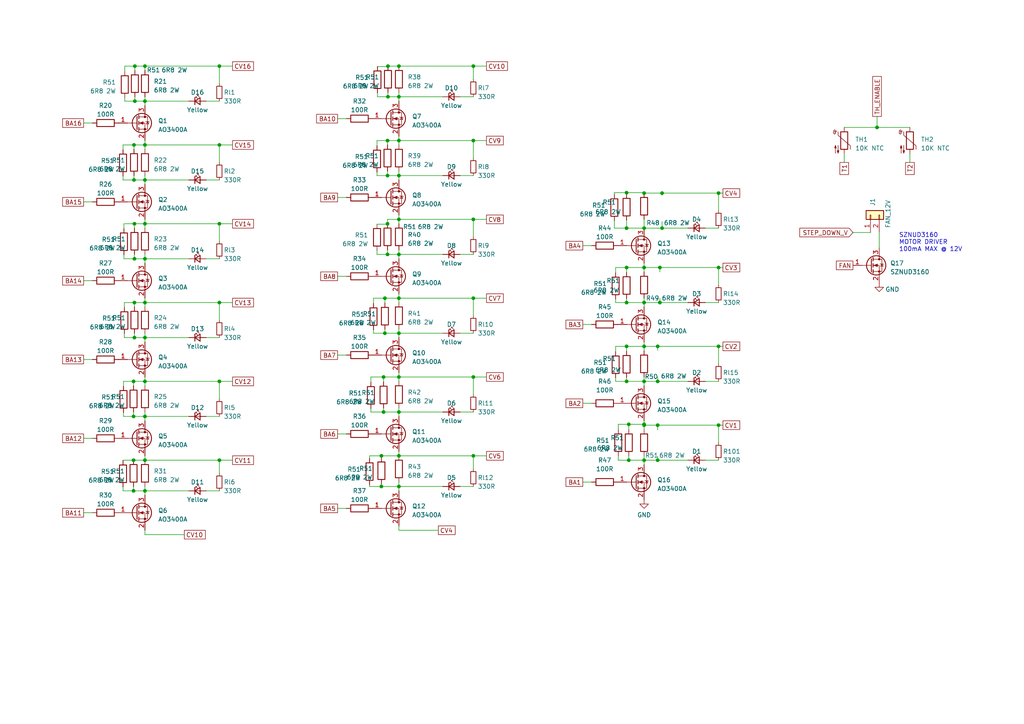
<source format=kicad_sch>
(kicad_sch (version 20230121) (generator eeschema)
  (paper "A4")
  (lib_symbols
    (symbol "Connector_Generic:Conn_01x02" (pin_names (offset 1.016) hide)
      (property "Reference" "J" (at 0 2.54 0))
      (property "Value" "Conn_01x02" (at 0 -5.08 0))
      (symbol "Conn_01x02_1_1"
        (pin passive line (at -5.08 0 0) (length 3.81) (name "Pin_1") (number "1"))
        (pin passive line (at -5.08 -2.54 0) (length 3.81) (name "Pin_2") (number "2"))
      )
    )
    (symbol "Device:LED_Small" (pin_numbers hide) (pin_names (offset 0.254) hide)
      (property "Reference" "D" (at -1.27 3.175 0))
      (property "Value" "LED_Small" (at -4.445 -2.54 0))
      (symbol "LED_Small_1_1"
        (pin passive line (at -2.54 0 0) (length 1.778) (name "K") (number "1"))
        (pin passive line (at 2.54 0 180) (length 1.778) (name "A") (number "2"))
      )
    )
    (symbol "Device:Q_NMOS_GSD" (pin_names (offset 0) hide)
      (property "Reference" "Q" (at 5.08 1.27 0))
      (property "Value" "Q_NMOS_GSD" (at 5.08 -1.27 0))
      (symbol "Q_NMOS_GSD_1_1"
        (pin input line (at -5.08 0 0) (length 2.54) (name "G") (number "1"))
        (pin passive line (at 2.54 -5.08 90) (length 2.54) (name "S") (number "2"))
        (pin passive line (at 2.54 5.08 270) (length 2.54) (name "D") (number "3"))
      )
    )
    (symbol "Device:R" (pin_numbers hide) (pin_names (offset 0))
      (property "Reference" "R" (at 2.032 0 90))
      (property "Value" "R" (at 0 0 90))
      (symbol "R_1_1"
        (pin passive line (at 0 3.81 270) (length 1.27) (name "~") (number "1"))
        (pin passive line (at 0 -3.81 90) (length 1.27) (name "~") (number "2"))
      )
    )
    (symbol "Device:R_Small" (pin_numbers hide) (pin_names (offset 0.254) hide)
      (property "Reference" "R" (at 0.762 0.508 0))
      (property "Value" "R_Small" (at 0.762 -1.016 0))
      (symbol "R_Small_1_1"
        (pin passive line (at 0 2.54 270) (length 0.762) (name "~") (number "1"))
        (pin passive line (at 0 -2.54 90) (length 0.762) (name "~") (number "2"))
      )
    )
    (symbol "Device:Thermistor_NTC" (pin_numbers hide) (pin_names (offset 0))
      (property "Reference" "TH" (at -4.445 0 90))
      (property "Value" "Thermistor_NTC" (at 3.175 0 90))
      (symbol "Thermistor_NTC_1_1"
        (pin passive line (at 0 3.81 270) (length 1.27) (name "~") (number "1"))
        (pin passive line (at 0 -3.81 90) (length 1.27) (name "~") (number "2"))
      )
    )
    (symbol "power:GND" (power) (pin_names (offset 0))
      (property "Value" "GND" (at 0 -3.81 0))
      (symbol "GND_1_1"
        (pin power_in line (at 0 0 270) (length 0) hide (name "GND") (number "1"))
      )
    )
    (symbol "sznud3160:SZNUD3160" (pin_names hide)
      (property "Reference" "Q" (at 5.08 1.905 0))
      (property "Value" "SZNUD3160" (at 5.08 0 0))
      (symbol "SZNUD3160_1_1"
        (pin input line (at -5.08 0 0) (length 2.54) (name "G") (number "1"))
        (pin passive line (at 2.54 -5.08 90) (length 2.54) (name "S") (number "2"))
        (pin passive line (at 2.54 5.08 270) (length 2.54) (name "D") (number "3"))
      )
    )
  )
  (junction (at 110.617 141.097))
  (junction (at 42.037 97.917))
  (junction (at 115.697 50.927))
  (junction (at 182.372 123.063))
  (junction (at 137.287 86.487))
  (junction (at 182.372 133.477))
  (junction (at 137.287 109.347))
  (junction (at 110.617 132.207))
  (junction (at 115.697 73.787))
  (junction (at 42.037 64.897))
  (junction (at 38.989 87.757))
  (junction (at 38.735 110.617))
  (junction (at 181.737 110.617))
  (junction (at 42.037 133.477))
  (junction (at 208.407 123.317))
  (junction (at 38.989 64.897))
  (junction (at 42.037 52.197))
  (junction (at 181.737 87.757))
  (junction (at 115.697 63.627))
  (junction (at 42.037 29.337))
  (junction (at 254.381 36.957))
  (junction (at 42.037 120.777))
  (junction (at 112.395 40.767))
  (junction (at 63.627 42.037))
  (junction (at 137.287 63.627))
  (junction (at 115.697 119.507))
  (junction (at 186.817 56.007))
  (junction (at 38.989 75.057))
  (junction (at 190.754 100.457))
  (junction (at 192.024 66.167))
  (junction (at 192.024 56.007))
  (junction (at 112.395 64.897))
  (junction (at 42.037 42.037))
  (junction (at 111.633 86.487))
  (junction (at 190.754 110.617))
  (junction (at 190.754 123.317))
  (junction (at 38.862 52.197))
  (junction (at 186.817 66.167))
  (junction (at 181.737 55.88))
  (junction (at 191.389 87.757))
  (junction (at 63.627 64.897))
  (junction (at 42.037 110.617))
  (junction (at 63.627 87.757))
  (junction (at 208.407 56.007))
  (junction (at 115.697 109.347))
  (junction (at 208.407 77.597))
  (junction (at 112.522 19.177))
  (junction (at 115.697 19.177))
  (junction (at 115.697 141.097))
  (junction (at 190.754 133.477))
  (junction (at 63.627 110.617))
  (junction (at 111.252 119.507))
  (junction (at 112.522 28.067))
  (junction (at 38.735 120.777))
  (junction (at 115.697 132.207))
  (junction (at 115.697 28.067))
  (junction (at 112.395 50.927))
  (junction (at 186.817 123.063))
  (junction (at 181.737 100.457))
  (junction (at 63.627 133.477))
  (junction (at 186.817 77.597))
  (junction (at 111.252 109.347))
  (junction (at 186.817 87.757))
  (junction (at 38.735 142.367))
  (junction (at 115.697 40.767))
  (junction (at 191.389 77.597))
  (junction (at 42.037 142.367))
  (junction (at 186.817 123.317))
  (junction (at 115.697 96.647))
  (junction (at 38.862 42.037))
  (junction (at 39.116 19.177))
  (junction (at 181.737 66.167))
  (junction (at 42.037 19.177))
  (junction (at 63.627 19.177))
  (junction (at 137.287 19.177))
  (junction (at 208.407 100.457))
  (junction (at 112.395 73.787))
  (junction (at 186.817 100.457))
  (junction (at 111.633 96.647))
  (junction (at 42.037 87.757))
  (junction (at 186.817 110.617))
  (junction (at 38.989 97.917))
  (junction (at 137.287 132.207))
  (junction (at 39.116 29.337))
  (junction (at 181.737 77.597))
  (junction (at 186.817 133.477))
  (junction (at 137.287 40.767))
  (junction (at 42.037 75.057))
  (junction (at 115.697 86.487))
  (junction (at 38.735 133.477))
  (wire (pts (xy 112.395 63.627) (xy 112.395 64.897)))
  (wire (pts (xy 38.735 120.777) (xy 42.037 120.777)))
  (wire (pts (xy 112.395 40.767) (xy 115.697 40.767)))
  (wire (pts (xy 115.697 132.207) (xy 137.287 132.207)))
  (wire (pts (xy 181.737 101.854) (xy 181.737 100.457)))
  (wire (pts (xy 59.817 120.777) (xy 63.627 120.777)))
  (wire (pts (xy 137.287 40.767) (xy 137.287 45.847)))
  (wire (pts (xy 107.188 141.097) (xy 110.617 141.097)))
  (wire (pts (xy 178.562 77.597) (xy 181.737 77.597)))
  (wire (pts (xy 192.024 66.167) (xy 199.517 66.167)))
  (wire (pts (xy 137.287 86.487) (xy 137.287 91.567)))
  (wire (pts (xy 35.941 73.914) (xy 35.941 75.057)))
  (wire (pts (xy 35.941 66.294) (xy 35.941 64.897)))
  (wire (pts (xy 42.037 29.337) (xy 54.737 29.337)))
  (wire (pts (xy 133.477 73.787) (xy 137.287 73.787)))
  (wire (pts (xy 133.477 50.927) (xy 137.287 50.927)))
  (wire (pts (xy 38.989 96.647) (xy 38.989 97.917)))
  (wire (pts (xy 181.737 77.597) (xy 186.817 77.597)))
  (wire (pts (xy 133.477 96.647) (xy 137.287 96.647)))
  (wire (pts (xy 59.817 142.367) (xy 63.627 142.367)))
  (wire (pts (xy 111.633 96.647) (xy 115.697 96.647)))
  (wire (pts (xy 115.697 139.827) (xy 115.697 141.097)))
  (wire (pts (xy 186.817 110.617) (xy 190.754 110.617)))
  (wire (pts (xy 181.737 100.457) (xy 186.817 100.457)))
  (wire (pts (xy 36.068 96.774) (xy 36.068 97.917)))
  (wire (pts (xy 109.347 50.927) (xy 112.395 50.927)))
  (wire (pts (xy 186.817 132.207) (xy 186.817 133.477)))
  (wire (pts (xy 208.407 123.317) (xy 208.407 128.397)))
  (wire (pts (xy 115.697 109.347) (xy 115.697 110.617)))
  (wire (pts (xy 108.331 95.631) (xy 108.331 96.647)))
  (wire (pts (xy 63.627 87.757) (xy 67.437 87.757)))
  (wire (pts (xy 178.181 56.388) (xy 178.181 55.88)))
  (wire (pts (xy 178.562 110.617) (xy 181.737 110.617)))
  (wire (pts (xy 63.627 87.757) (xy 63.627 92.837)))
  (wire (pts (xy 179.324 124.587) (xy 179.324 123.063)))
  (wire (pts (xy 191.389 77.597) (xy 208.407 77.597)))
  (wire (pts (xy 109.347 73.787) (xy 112.395 73.787)))
  (wire (pts (xy 107.569 109.347) (xy 111.252 109.347)))
  (wire (pts (xy 204.597 110.617) (xy 208.407 110.617)))
  (wire (pts (xy 255.016 67.437) (xy 255.016 71.882)))
  (wire (pts (xy 63.627 64.897) (xy 63.627 69.977)))
  (wire (pts (xy 38.735 110.617) (xy 42.037 110.617)))
  (wire (pts (xy 35.814 112.014) (xy 35.814 110.617)))
  (wire (pts (xy 137.287 63.627) (xy 137.287 68.707)))
  (wire (pts (xy 36.068 89.154) (xy 36.068 87.757)))
  (wire (pts (xy 109.347 42.291) (xy 109.347 40.767)))
  (wire (pts (xy 169.037 139.827) (xy 171.577 139.827)))
  (wire (pts (xy 109.347 49.911) (xy 109.347 50.927)))
  (wire (pts (xy 181.737 66.167) (xy 186.817 66.167)))
  (wire (pts (xy 204.597 66.167) (xy 208.407 66.167)))
  (wire (pts (xy 42.037 50.927) (xy 42.037 52.197)))
  (wire (pts (xy 169.037 116.967) (xy 171.577 116.967)))
  (wire (pts (xy 208.407 56.007) (xy 209.677 56.007)))
  (wire (pts (xy 179.324 132.207) (xy 179.324 133.477)))
  (wire (pts (xy 178.562 101.981) (xy 178.562 100.457)))
  (wire (pts (xy 179.324 123.063) (xy 182.372 123.063)))
  (wire (pts (xy 178.181 66.167) (xy 181.737 66.167)))
  (wire (pts (xy 112.522 28.067) (xy 115.697 28.067)))
  (wire (pts (xy 137.287 86.487) (xy 141.097 86.487)))
  (wire (pts (xy 115.697 50.927) (xy 115.697 52.197)))
  (wire (pts (xy 192.024 64.262) (xy 192.024 66.167)))
  (wire (pts (xy 38.862 50.927) (xy 38.862 52.197)))
  (wire (pts (xy 115.697 153.797) (xy 127.127 153.797)))
  (wire (pts (xy 208.407 123.317) (xy 209.677 123.317)))
  (wire (pts (xy 63.627 42.037) (xy 63.627 47.117)))
  (wire (pts (xy 109.474 19.304) (xy 112.522 19.304)))
  (wire (pts (xy 178.181 64.008) (xy 178.181 66.167)))
  (wire (pts (xy 186.817 87.757) (xy 186.817 89.027)))
  (wire (pts (xy 115.697 19.177) (xy 137.287 19.177)))
  (wire (pts (xy 208.407 77.597) (xy 209.677 77.597)))
  (wire (pts (xy 109.347 72.644) (xy 109.347 73.787)))
  (wire (pts (xy 137.287 109.347) (xy 141.097 109.347)))
  (wire (pts (xy 38.735 133.477) (xy 42.037 133.477)))
  (wire (pts (xy 35.941 64.897) (xy 38.989 64.897)))
  (wire (pts (xy 24.257 104.267) (xy 26.797 104.267)))
  (wire (pts (xy 107.188 140.589) (xy 107.188 141.097)))
  (wire (pts (xy 111.252 118.364) (xy 111.252 119.507)))
  (wire (pts (xy 24.257 127.127) (xy 26.797 127.127)))
  (wire (pts (xy 254.381 36.957) (xy 263.906 36.957)))
  (wire (pts (xy 191.389 86.487) (xy 191.389 87.757)))
  (wire (pts (xy 181.737 87.757) (xy 186.817 87.757)))
  (wire (pts (xy 254.381 33.782) (xy 254.381 36.957)))
  (wire (pts (xy 35.814 120.777) (xy 38.735 120.777)))
  (wire (pts (xy 115.697 72.517) (xy 115.697 73.787)))
  (wire (pts (xy 244.856 44.577) (xy 244.856 47.117)))
  (wire (pts (xy 42.037 52.197) (xy 42.037 53.467)))
  (wire (pts (xy 115.697 28.067) (xy 128.397 28.067)))
  (wire (pts (xy 59.817 75.057) (xy 63.627 75.057)))
  (wire (pts (xy 63.627 110.617) (xy 63.627 115.697)))
  (wire (pts (xy 204.597 133.477) (xy 208.407 133.477)))
  (wire (pts (xy 115.697 141.097) (xy 128.397 141.097)))
  (wire (pts (xy 24.257 148.717) (xy 26.797 148.717)))
  (wire (pts (xy 190.754 109.22) (xy 190.754 110.617)))
  (wire (pts (xy 115.697 63.627) (xy 137.287 63.627)))
  (wire (pts (xy 181.737 56.261) (xy 181.737 55.88)))
  (wire (pts (xy 36.195 19.177) (xy 39.116 19.177)))
  (wire (pts (xy 111.252 109.347) (xy 115.697 109.347)))
  (wire (pts (xy 186.817 123.317) (xy 186.817 124.587)))
  (wire (pts (xy 42.037 52.197) (xy 54.737 52.197)))
  (wire (pts (xy 115.697 73.787) (xy 115.697 75.057)))
  (wire (pts (xy 186.817 100.457) (xy 190.754 100.457)))
  (wire (pts (xy 186.817 55.88) (xy 186.817 56.007)))
  (wire (pts (xy 115.697 26.797) (xy 115.697 28.067)))
  (wire (pts (xy 115.697 86.487) (xy 137.287 86.487)))
  (wire (pts (xy 63.627 133.477) (xy 67.437 133.477)))
  (wire (pts (xy 115.697 39.497) (xy 115.697 40.767)))
  (wire (pts (xy 109.474 26.924) (xy 109.474 28.067)))
  (wire (pts (xy 133.477 28.067) (xy 137.287 28.067)))
  (wire (pts (xy 38.862 52.197) (xy 42.037 52.197)))
  (wire (pts (xy 133.477 119.507) (xy 137.287 119.507)))
  (wire (pts (xy 208.407 56.007) (xy 208.407 61.087)))
  (wire (pts (xy 186.817 133.477) (xy 182.372 133.477)))
  (wire (pts (xy 97.917 34.417) (xy 100.457 34.417)))
  (wire (pts (xy 182.372 133.477) (xy 182.372 132.207)))
  (wire (pts (xy 109.474 28.067) (xy 112.522 28.067)))
  (wire (pts (xy 110.617 140.335) (xy 110.617 141.097)))
  (wire (pts (xy 204.597 87.757) (xy 208.407 87.757)))
  (wire (pts (xy 178.562 109.601) (xy 178.562 110.617)))
  (wire (pts (xy 186.817 76.327) (xy 186.817 77.597)))
  (wire (pts (xy 263.906 44.577) (xy 263.906 47.117)))
  (wire (pts (xy 111.252 110.744) (xy 111.252 109.347)))
  (wire (pts (xy 107.188 132.207) (xy 110.617 132.207)))
  (wire (pts (xy 42.037 96.647) (xy 42.037 97.917)))
  (wire (pts (xy 186.817 56.007) (xy 192.024 56.007)))
  (wire (pts (xy 115.697 108.077) (xy 115.697 109.347)))
  (wire (pts (xy 111.252 119.507) (xy 115.697 119.507)))
  (wire (pts (xy 186.817 77.597) (xy 191.389 77.597)))
  (wire (pts (xy 186.817 133.477) (xy 190.754 133.477)))
  (wire (pts (xy 108.331 88.011) (xy 108.331 86.487)))
  (wire (pts (xy 190.754 100.457) (xy 190.754 101.6)))
  (wire (pts (xy 24.257 81.407) (xy 26.797 81.407)))
  (wire (pts (xy 35.687 51.054) (xy 35.687 52.197)))
  (wire (pts (xy 38.735 119.507) (xy 38.735 120.777)))
  (wire (pts (xy 24.257 58.547) (xy 26.797 58.547)))
  (wire (pts (xy 111.633 95.504) (xy 111.633 96.647)))
  (wire (pts (xy 42.037 28.067) (xy 42.037 29.337)))
  (wire (pts (xy 115.697 96.647) (xy 115.697 97.917)))
  (wire (pts (xy 97.917 57.277) (xy 100.457 57.277)))
  (wire (pts (xy 42.037 153.797) (xy 42.037 155.067)))
  (wire (pts (xy 97.917 147.447) (xy 100.457 147.447)))
  (wire (pts (xy 115.697 49.657) (xy 115.697 50.927)))
  (wire (pts (xy 181.737 109.474) (xy 181.737 110.617)))
  (wire (pts (xy 97.917 102.997) (xy 100.457 102.997)))
  (wire (pts (xy 181.737 86.614) (xy 181.737 87.757)))
  (wire (pts (xy 36.068 97.917) (xy 38.989 97.917)))
  (wire (pts (xy 169.037 94.107) (xy 171.577 94.107)))
  (wire (pts (xy 115.697 86.487) (xy 115.697 87.757)))
  (wire (pts (xy 208.407 100.457) (xy 208.407 105.537)))
  (wire (pts (xy 115.697 96.647) (xy 128.397 96.647)))
  (wire (pts (xy 186.817 77.597) (xy 186.817 78.867)))
  (wire (pts (xy 107.569 110.871) (xy 107.569 109.347)))
  (wire (pts (xy 112.522 19.177) (xy 115.697 19.177)))
  (wire (pts (xy 115.697 28.067) (xy 115.697 29.337)))
  (wire (pts (xy 115.697 109.347) (xy 137.287 109.347)))
  (wire (pts (xy 112.522 26.797) (xy 112.522 28.067)))
  (wire (pts (xy 24.257 35.687) (xy 26.797 35.687)))
  (wire (pts (xy 115.697 63.627) (xy 115.697 64.897)))
  (wire (pts (xy 42.037 19.177) (xy 63.627 19.177)))
  (wire (pts (xy 115.697 130.937) (xy 115.697 132.207)))
  (wire (pts (xy 178.562 86.741) (xy 178.562 87.757)))
  (wire (pts (xy 115.697 62.357) (xy 115.697 63.627)))
  (wire (pts (xy 115.697 141.097) (xy 115.697 142.367)))
  (wire (pts (xy 137.287 63.627) (xy 141.097 63.627)))
  (wire (pts (xy 42.037 133.477) (xy 63.627 133.477)))
  (wire (pts (xy 38.989 66.167) (xy 38.989 64.897)))
  (wire (pts (xy 35.814 119.634) (xy 35.814 120.777)))
  (wire (pts (xy 115.697 85.217) (xy 115.697 86.487)))
  (wire (pts (xy 42.037 40.767) (xy 42.037 42.037)))
  (wire (pts (xy 42.037 110.617) (xy 63.627 110.617)))
  (wire (pts (xy 42.037 119.507) (xy 42.037 120.777)))
  (wire (pts (xy 35.814 110.617) (xy 38.735 110.617)))
  (wire (pts (xy 110.617 141.097) (xy 115.697 141.097)))
  (wire (pts (xy 42.037 86.487) (xy 42.037 87.757)))
  (wire (pts (xy 115.697 40.767) (xy 137.287 40.767)))
  (wire (pts (xy 112.522 19.304) (xy 112.522 19.177)))
  (wire (pts (xy 112.395 73.787) (xy 115.697 73.787)))
  (wire (pts (xy 107.569 119.507) (xy 111.252 119.507)))
  (wire (pts (xy 35.687 42.037) (xy 38.862 42.037)))
  (wire (pts (xy 42.037 110.617) (xy 42.037 111.887)))
  (wire (pts (xy 42.037 42.037) (xy 42.037 43.307)))
  (wire (pts (xy 186.817 110.617) (xy 186.817 111.887)))
  (wire (pts (xy 208.407 77.597) (xy 208.407 82.677)))
  (wire (pts (xy 115.697 40.767) (xy 115.697 42.037)))
  (wire (pts (xy 42.037 142.367) (xy 42.037 143.637)))
  (wire (pts (xy 38.735 142.367) (xy 42.037 142.367)))
  (wire (pts (xy 59.817 97.917) (xy 63.627 97.917)))
  (wire (pts (xy 42.037 132.207) (xy 42.037 133.477)))
  (wire (pts (xy 39.116 28.067) (xy 39.116 29.337)))
  (wire (pts (xy 36.068 87.757) (xy 38.989 87.757)))
  (wire (pts (xy 35.687 133.604) (xy 35.687 133.477)))
  (wire (pts (xy 42.037 64.897) (xy 63.627 64.897)))
  (wire (pts (xy 186.817 122.047) (xy 186.817 123.063)))
  (wire (pts (xy 42.037 141.097) (xy 42.037 142.367)))
  (wire (pts (xy 112.395 42.037) (xy 112.395 40.767)))
  (wire (pts (xy 186.817 100.457) (xy 186.817 101.727)))
  (wire (pts (xy 186.817 86.487) (xy 186.817 87.757)))
  (wire (pts (xy 169.037 71.247) (xy 171.577 71.247)))
  (wire (pts (xy 38.989 64.897) (xy 42.037 64.897)))
  (wire (pts (xy 186.817 109.347) (xy 186.817 110.617)))
  (wire (pts (xy 137.287 109.347) (xy 137.287 114.427)))
  (wire (pts (xy 181.737 78.994) (xy 181.737 77.597)))
  (wire (pts (xy 115.697 119.507) (xy 115.697 120.777)))
  (wire (pts (xy 190.754 123.317) (xy 208.407 123.317)))
  (wire (pts (xy 190.754 100.457) (xy 208.407 100.457)))
  (wire (pts (xy 208.407 100.457) (xy 209.677 100.457)))
  (wire (pts (xy 244.856 36.957) (xy 254.381 36.957)))
  (wire (pts (xy 42.037 142.367) (xy 54.737 142.367)))
  (wire (pts (xy 186.817 123.063) (xy 186.817 123.317)))
  (wire (pts (xy 186.817 123.317) (xy 190.754 123.317)))
  (wire (pts (xy 112.395 50.927) (xy 115.697 50.927)))
  (wire (pts (xy 112.395 64.897) (xy 112.395 65.024)))
  (wire (pts (xy 35.687 141.224) (xy 35.687 142.367)))
  (wire (pts (xy 42.037 87.757) (xy 63.627 87.757)))
  (wire (pts (xy 38.989 75.057) (xy 42.037 75.057)))
  (wire (pts (xy 115.697 119.507) (xy 128.397 119.507)))
  (wire (pts (xy 97.917 125.857) (xy 100.457 125.857)))
  (wire (pts (xy 192.024 56.007) (xy 208.407 56.007)))
  (wire (pts (xy 186.817 123.063) (xy 182.372 123.063)))
  (wire (pts (xy 186.817 133.477) (xy 186.817 134.747)))
  (wire (pts (xy 109.347 65.024) (xy 112.395 65.024)))
  (wire (pts (xy 35.687 142.367) (xy 38.735 142.367)))
  (wire (pts (xy 137.287 132.207) (xy 141.097 132.207)))
  (wire (pts (xy 191.389 87.757) (xy 199.517 87.757)))
  (wire (pts (xy 115.697 152.527) (xy 115.697 153.797)))
  (wire (pts (xy 178.562 79.121) (xy 178.562 77.597)))
  (wire (pts (xy 39.116 19.177) (xy 42.037 19.177)))
  (wire (pts (xy 42.037 109.347) (xy 42.037 110.617)))
  (wire (pts (xy 115.697 73.787) (xy 128.397 73.787)))
  (wire (pts (xy 107.569 118.491) (xy 107.569 119.507)))
  (wire (pts (xy 108.331 86.487) (xy 111.633 86.487)))
  (wire (pts (xy 42.037 155.067) (xy 53.467 155.067)))
  (wire (pts (xy 179.324 133.477) (xy 182.372 133.477)))
  (wire (pts (xy 178.181 55.88) (xy 181.737 55.88)))
  (wire (pts (xy 59.817 52.197) (xy 63.627 52.197)))
  (wire (pts (xy 107.188 132.969) (xy 107.188 132.207)))
  (wire (pts (xy 191.389 77.597) (xy 191.389 78.867)))
  (wire (pts (xy 39.116 29.337) (xy 42.037 29.337)))
  (wire (pts (xy 38.862 42.037) (xy 42.037 42.037)))
  (wire (pts (xy 35.687 133.477) (xy 38.735 133.477)))
  (wire (pts (xy 137.287 19.177) (xy 137.287 22.987)))
  (wire (pts (xy 108.331 96.647) (xy 111.633 96.647)))
  (wire (pts (xy 36.195 28.321) (xy 36.195 29.337)))
  (wire (pts (xy 178.562 87.757) (xy 181.737 87.757)))
  (wire (pts (xy 38.989 97.917) (xy 42.037 97.917)))
  (wire (pts (xy 63.627 133.477) (xy 63.627 137.287)))
  (wire (pts (xy 63.627 110.617) (xy 67.437 110.617)))
  (wire (pts (xy 115.697 95.377) (xy 115.697 96.647)))
  (wire (pts (xy 109.347 40.767) (xy 112.395 40.767)))
  (wire (pts (xy 35.687 43.434) (xy 35.687 42.037)))
  (wire (pts (xy 137.287 132.207) (xy 137.287 136.017)))
  (wire (pts (xy 190.754 110.617) (xy 199.517 110.617)))
  (wire (pts (xy 42.037 63.627) (xy 42.037 64.897)))
  (wire (pts (xy 111.633 87.884) (xy 111.633 86.487)))
  (wire (pts (xy 42.037 75.057) (xy 54.737 75.057)))
  (wire (pts (xy 190.754 133.477) (xy 199.517 133.477)))
  (wire (pts (xy 42.037 64.897) (xy 42.037 66.167)))
  (wire (pts (xy 181.737 63.881) (xy 181.737 66.167)))
  (wire (pts (xy 38.862 43.307) (xy 38.862 42.037)))
  (wire (pts (xy 42.037 87.757) (xy 42.037 89.027)))
  (wire (pts (xy 186.817 87.757) (xy 191.389 87.757)))
  (wire (pts (xy 115.697 118.237) (xy 115.697 119.507)))
  (wire (pts (xy 63.627 64.897) (xy 67.437 64.897)))
  (wire (pts (xy 182.372 123.063) (xy 182.372 124.587)))
  (wire (pts (xy 110.617 132.207) (xy 115.697 132.207)))
  (wire (pts (xy 42.037 120.777) (xy 54.737 120.777)))
  (wire (pts (xy 247.396 67.437) (xy 252.476 67.437)))
  (wire (pts (xy 42.037 97.917) (xy 54.737 97.917)))
  (wire (pts (xy 38.989 73.787) (xy 38.989 75.057)))
  (wire (pts (xy 42.037 19.177) (xy 42.037 20.447)))
  (wire (pts (xy 42.037 73.787) (xy 42.037 75.057)))
  (wire (pts (xy 38.735 111.887) (xy 38.735 110.617)))
  (wire (pts (xy 42.037 75.057) (xy 42.037 76.327)))
  (wire (pts (xy 35.941 75.057) (xy 38.989 75.057)))
  (wire (pts (xy 186.817 99.187) (xy 186.817 100.457)))
  (wire (pts (xy 111.633 86.487) (xy 115.697 86.487)))
  (wire (pts (xy 63.627 19.177) (xy 67.437 19.177)))
  (wire (pts (xy 38.989 89.027) (xy 38.989 87.757)))
  (wire (pts (xy 38.735 141.097) (xy 38.735 142.367)))
  (wire (pts (xy 42.037 97.917) (xy 42.037 99.187)))
  (wire (pts (xy 186.817 63.627) (xy 186.817 66.167)))
  (wire (pts (xy 112.395 72.517) (xy 112.395 73.787)))
  (wire (pts (xy 110.617 132.715) (xy 110.617 132.207)))
  (wire (pts (xy 137.287 19.177) (xy 141.097 19.177)))
  (wire (pts (xy 178.562 100.457) (xy 181.737 100.457)))
  (wire (pts (xy 181.737 110.617) (xy 186.817 110.617)))
  (wire (pts (xy 112.395 49.657) (xy 112.395 50.927)))
  (wire (pts (xy 36.195 29.337) (xy 39.116 29.337)))
  (wire (pts (xy 186.817 66.167) (xy 192.024 66.167)))
  (wire (pts (xy 38.989 87.757) (xy 42.037 87.757)))
  (wire (pts (xy 97.917 80.137) (xy 100.457 80.137)))
  (wire (pts (xy 63.627 19.177) (xy 63.627 24.257)))
  (wire (pts (xy 42.037 42.037) (xy 63.627 42.037)))
  (wire (pts (xy 137.287 40.767) (xy 141.097 40.767)))
  (wire (pts (xy 39.116 20.447) (xy 39.116 19.177)))
  (wire (pts (xy 190.754 132.334) (xy 190.754 133.477)))
  (wire (pts (xy 36.195 20.701) (xy 36.195 19.177)))
  (wire (pts (xy 42.037 120.777) (xy 42.037 122.047)))
  (wire (pts (xy 59.817 29.337) (xy 63.627 29.337)))
  (wire (pts (xy 115.697 50.927) (xy 128.397 50.927)))
  (wire (pts (xy 133.477 141.097) (xy 137.287 141.097)))
  (wire (pts (xy 35.687 52.197) (xy 38.862 52.197)))
  (wire (pts (xy 192.024 56.007) (xy 192.024 56.642)))
  (wire (pts (xy 181.737 55.88) (xy 186.817 55.88)))
  (wire (pts (xy 42.037 29.337) (xy 42.037 30.607)))
  (wire (pts (xy 112.395 63.627) (xy 115.697 63.627)))
  (wire (pts (xy 63.627 42.037) (xy 67.437 42.037)))
  (wire (pts (xy 190.754 123.317) (xy 190.754 124.714)))
  (text "SZNUD3160 \nMOTOR DRIVER\n100mA MAX @ 12V" (at 260.731 73.152 0) (effects (font (size 1.27 1.27)) (justify left bottom)))
  (global_label "T1" (shape passive) (at 244.856 47.117 270) (property "Intersheetrefs" "${INTERSHEET_REFS}" (effects hide)))
  (global_label "BA15" (shape passive) (at 24.257 58.547 180) (property "Intersheetrefs" "${INTERSHEET_REFS}" (effects hide)))
  (global_label "BA14" (shape passive) (at 24.257 81.407 180) (property "Intersheetrefs" "${INTERSHEET_REFS}" (effects hide)))
  (global_label "BA4" (shape passive) (at 169.037 71.247 180) (property "Intersheetrefs" "${INTERSHEET_REFS}" (effects hide)))
  (global_label "CV6" (shape passive) (at 141.097 109.347 0) (property "Intersheetrefs" "${INTERSHEET_REFS}" (effects hide)))
  (global_label "BA8" (shape passive) (at 97.917 80.137 180) (property "Intersheetrefs" "${INTERSHEET_REFS}" (effects hide)))
  (global_label "BA3" (shape passive) (at 169.037 94.107 180) (property "Intersheetrefs" "${INTERSHEET_REFS}" (effects hide)))
  (global_label "CV4" (shape passive) (at 209.677 56.007 0) (property "Intersheetrefs" "${INTERSHEET_REFS}" (effects hide)))
  (global_label "CV15" (shape passive) (at 67.437 42.037 0) (property "Intersheetrefs" "${INTERSHEET_REFS}" (effects hide)))
  (global_label "CV2" (shape passive) (at 209.677 100.457 0) (property "Intersheetrefs" "${INTERSHEET_REFS}" (effects hide)))
  (global_label "BA2" (shape passive) (at 169.037 116.967 180) (property "Intersheetrefs" "${INTERSHEET_REFS}" (effects hide)))
  (global_label "CV16" (shape passive) (at 67.437 19.177 0) (property "Intersheetrefs" "${INTERSHEET_REFS}" (effects hide)))
  (global_label "BA12" (shape passive) (at 24.257 127.127 180) (property "Intersheetrefs" "${INTERSHEET_REFS}" (effects hide)))
  (global_label "BA7" (shape passive) (at 97.917 102.997 180) (property "Intersheetrefs" "${INTERSHEET_REFS}" (effects hide)))
  (global_label "CV7" (shape passive) (at 141.097 86.487 0) (property "Intersheetrefs" "${INTERSHEET_REFS}" (effects hide)))
  (global_label "CV4" (shape passive) (at 127.127 153.797 0) (property "Intersheetrefs" "${INTERSHEET_REFS}" (effects hide)))
  (global_label "BA10" (shape passive) (at 97.917 34.417 180) (property "Intersheetrefs" "${INTERSHEET_REFS}" (effects hide)))
  (global_label "CV3" (shape passive) (at 209.677 77.597 0) (property "Intersheetrefs" "${INTERSHEET_REFS}" (effects hide)))
  (global_label "CV5" (shape passive) (at 141.097 132.207 0) (property "Intersheetrefs" "${INTERSHEET_REFS}" (effects hide)))
  (global_label "BA1" (shape passive) (at 169.037 139.827 180) (property "Intersheetrefs" "${INTERSHEET_REFS}" (effects hide)))
  (global_label "CV10" (shape passive) (at 141.097 19.177 0) (property "Intersheetrefs" "${INTERSHEET_REFS}" (effects hide)))
  (global_label "T2" (shape passive) (at 263.906 47.117 270) (property "Intersheetrefs" "${INTERSHEET_REFS}" (effects hide)))
  (global_label "BA11" (shape passive) (at 24.257 148.717 180) (property "Intersheetrefs" "${INTERSHEET_REFS}" (effects hide)))
  (global_label "CV12" (shape passive) (at 67.437 110.617 0) (property "Intersheetrefs" "${INTERSHEET_REFS}" (effects hide)))
  (global_label "CV1" (shape passive) (at 209.677 123.317 0) (property "Intersheetrefs" "${INTERSHEET_REFS}" (effects hide)))
  (global_label "BA5" (shape passive) (at 97.917 147.447 180) (property "Intersheetrefs" "${INTERSHEET_REFS}" (effects hide)))
  (global_label "TH_ENABLE" (shape passive) (at 254.381 33.782 90) (property "Intersheetrefs" "${INTERSHEET_REFS}" (effects hide)))
  (global_label "CV11" (shape passive) (at 67.437 133.477 0) (property "Intersheetrefs" "${INTERSHEET_REFS}" (effects hide)))
  (global_label "BA6" (shape passive) (at 97.917 125.857 180) (property "Intersheetrefs" "${INTERSHEET_REFS}" (effects hide)))
  (global_label "BA9" (shape passive) (at 97.917 57.277 180) (property "Intersheetrefs" "${INTERSHEET_REFS}" (effects hide)))
  (global_label "CV13" (shape passive) (at 67.437 87.757 0) (property "Intersheetrefs" "${INTERSHEET_REFS}" (effects hide)))
  (global_label "CV10" (shape passive) (at 53.467 155.067 0) (property "Intersheetrefs" "${INTERSHEET_REFS}" (effects hide)))
  (global_label "CV14" (shape passive) (at 67.437 64.897 0) (property "Intersheetrefs" "${INTERSHEET_REFS}" (effects hide)))
  (global_label "FAN" (shape passive) (at 247.396 76.962 180) (property "Intersheetrefs" "${INTERSHEET_REFS}" (effects hide)))
  (global_label "CV9" (shape passive) (at 141.097 40.767 0) (property "Intersheetrefs" "${INTERSHEET_REFS}" (effects hide)))
  (global_label "STEP_DOWN_V" (shape input) (at 247.396 67.437 180) (property "Intersheetrefs" "${INTERSHEET_REFS}" (effects hide)))
  (global_label "CV8" (shape passive) (at 141.097 63.627 0) (property "Intersheetrefs" "${INTERSHEET_REFS}" (effects hide)))
  (global_label "BA16" (shape passive) (at 24.257 35.687 180) (property "Intersheetrefs" "${INTERSHEET_REFS}" (effects hide)))
  (global_label "BA13" (shape passive) (at 24.257 104.267 180) (property "Intersheetrefs" "${INTERSHEET_REFS}" (effects hide)))
  (symbol (lib_id "Device:R_Small") (at 208.407 130.937 0) (unit 1)
    (property "Reference" "R101" (at 209.677 130.937 0) (effects (justify left)))
    (property "Value" "330R" (at 209.677 133.477 0) (effects (justify left)))
    (property "Footprint" "Resistor_SMD:R_0603_1608Metric" (effects hide))
    (property "PartNumber" "0603WAF3300T5E" (effects hide))
    (property "LCSCStockCode" "C23138" (effects hide))
  )
  (symbol (lib_id "Device:R") (at 181.737 60.071 180) (unit 1)
    (property "Reference" "R51" (at 174.752 58.674 0) (effects (justify right)))
    (property "Value" "6R8 2W" (at 172.593 61.468 0) (effects (justify right)))
    (property "Footprint" "Resistor_SMD:R_2512_6332Metric" (effects hide))
    (property "PartNumber" "RMH25FE6R8" (effects hide))
    (property "LCSCStockCode" "C2941596" (effects hide))
    (instances (project "Module_16S" (path "" (reference "R51") (unit 1)) (path "" (reference "R93") (unit 1))))
  )
  (symbol (lib_id "Device:R") (at 42.037 115.697 180) (unit 1)
    (property "Reference" "R25" (at 44.577 115.062 0) (effects (justify right)))
    (property "Value" "6R8 2W" (at 44.577 117.602 0) (effects (justify right)))
    (property "Footprint" "Resistor_SMD:R_2512_6332Metric" (effects hide))
    (property "PartNumber" "RMH25FE6R8" (effects hide))
    (property "LCSCStockCode" "C2941596" (effects hide))
    (instances (project "Module_16S" (path "" (reference "R25") (unit 1)) (path "" (reference "R59") (unit 1))))
  )
  (symbol (lib_id "Device:R_Small") (at 208.407 85.217 0) (unit 1)
    (property "Reference" "Rl14" (at 209.677 85.217 0) (effects (justify left)))
    (property "Value" "330R" (at 209.677 87.757 0) (effects (justify left)))
    (property "Footprint" "Resistor_SMD:R_0603_1608Metric" (effects hide))
    (property "PartNumber" "0603WAF3300T5E" (effects hide))
    (property "LCSCStockCode" "C23138" (effects hide))
  )
  (symbol (lib_id "Device:LED_Small") (at 202.057 87.757 0) (unit 1)
    (property "Reference" "D3" (at 202.057 85.217 0))
    (property "Value" "Yellow" (at 202.057 90.297 0))
    (property "Footprint" "LED_SMD:LED_0603_1608Metric" (effects hide))
    (property "PartNumber" "19-213/Y2C-CQ2R2L/3T(CY)" (effects hide))
    (property "LCSCStockCode" "C72038" (effects hide))
  )
  (symbol (lib_id "Device:R") (at 104.267 57.277 90) (unit 1)
    (property "Reference" "R33" (at 104.267 52.197 90))
    (property "Value" "100R" (at 104.267 54.737 90))
    (property "Footprint" "Resistor_SMD:R_0603_1608Metric" (effects hide))
    (property "PartNumber" "0603WAF1000T5E" (effects hide))
    (property "LCSCStockCode" "C22775" (effects hide))
    (instances (project "Module_16S" (path "" (reference "R33") (unit 1)) (path "" (reference "R62") (unit 1))))
  )
  (symbol (lib_id "power:GND") (at 255.016 82.042 0) (unit 1)
    (property "Reference" "#PWR06" (effects hide))
    (property "Value" "GND" (at 258.826 83.947 0))
    (instances (project "Module_16S" (path "" (reference "#PWR06") (unit 1)) (path "" (reference "#PWR067") (unit 1))))
  )
  (symbol (lib_id "Device:Q_NMOS_GSD") (at 39.497 104.267 0) (unit 1)
    (property "Reference" "Q4" (at 45.847 103.632 0) (effects (justify left)))
    (property "Value" "AO3400A" (at 45.847 106.172 0) (effects (justify left)))
    (property "Footprint" "Package_TO_SOT_SMD:SOT-23" (effects hide))
    (property "Datasheet" "https://datasheet.lcsc.com/lcsc/2204291600_UMW-Youtai-Semiconductor-Co---Ltd--AO3400A_C347475.pdf" (effects hide))
    (property "PartNumber" "AO3400A" (effects hide))
    (property "LCSCStockCode" "C347475" (effects hide))
    (instances (project "Module_16S" (path "" (reference "Q4") (unit 1)) (path "" (reference "Qc13") (unit 1))))
  )
  (symbol (lib_id "Device:R") (at 30.607 81.407 90) (unit 1)
    (property "Reference" "R27" (at 30.607 76.327 90))
    (property "Value" "100R" (at 30.607 78.867 90))
    (property "Footprint" "Resistor_SMD:R_0603_1608Metric" (effects hide))
    (property "PartNumber" "0603WAF1000T5E" (effects hide))
    (property "LCSCStockCode" "C22775" (effects hide))
    (instances (project "Module_16S" (path "" (reference "R27") (unit 1)) (path "" (reference "R39") (unit 1))))
  )
  (symbol (lib_id "Device:LED_Small") (at 202.057 66.167 0) (unit 1)
    (property "Reference" "D4" (at 202.057 63.627 0))
    (property "Value" "Yellow" (at 202.057 68.707 0))
    (property "Footprint" "LED_SMD:LED_0603_1608Metric" (effects hide))
    (property "PartNumber" "19-213/Y2C-CQ2R2L/3T(CY)" (effects hide))
    (property "LCSCStockCode" "C72038" (effects hide))
  )
  (symbol (lib_id "Device:Q_NMOS_GSD") (at 39.497 58.547 0) (unit 1)
    (property "Reference" "Q2" (at 45.847 57.912 0) (effects (justify left)))
    (property "Value" "AO3400A" (at 45.847 60.452 0) (effects (justify left)))
    (property "Footprint" "Package_TO_SOT_SMD:SOT-23" (effects hide))
    (property "Datasheet" "https://datasheet.lcsc.com/lcsc/2204291600_UMW-Youtai-Semiconductor-Co---Ltd--AO3400A_C347475.pdf" (effects hide))
    (property "PartNumber" "AO3400A" (effects hide))
    (property "LCSCStockCode" "C347475" (effects hide))
    (instances (project "Module_16S" (path "" (reference "Q2") (unit 1)) (path "" (reference "Qc15") (unit 1))))
  )
  (symbol (lib_id "Device:R") (at 186.817 128.397 180) (unit 1)
    (property "Reference" "R51" (at 187.071 132.08 0) (effects (justify right)))
    (property "Value" "6R8 2W" (at 191.135 132.08 0) (effects (justify right)))
    (property "Footprint" "Resistor_SMD:R_2512_6332Metric" (effects hide))
    (property "PartNumber" "RMH25FE6R8" (effects hide))
    (property "LCSCStockCode" "C2941596" (effects hide))
    (instances (project "Module_16S" (path "" (reference "R51") (unit 1)) (path "" (reference "R100") (unit 1))))
  )
  (symbol (lib_id "Device:R") (at 30.607 58.547 90) (unit 1)
    (property "Reference" "R26" (at 30.607 53.467 90))
    (property "Value" "100R" (at 30.607 56.007 90))
    (property "Footprint" "Resistor_SMD:R_0603_1608Metric" (effects hide))
    (property "PartNumber" "0603WAF1000T5E" (effects hide))
    (property "LCSCStockCode" "C22775" (effects hide))
    (instances (project "Module_16S" (path "" (reference "R26") (unit 1)) (path "" (reference "R38") (unit 1))))
  )
  (symbol (lib_id "Device:R_Small") (at 137.287 48.387 0) (unit 1)
    (property "Reference" "Rl8" (at 138.557 48.387 0) (effects (justify left)))
    (property "Value" "330R" (at 138.557 50.927 0) (effects (justify left)))
    (property "Footprint" "Resistor_SMD:R_0603_1608Metric" (effects hide))
    (property "PartNumber" "0603WAF3300T5E" (effects hide))
    (property "LCSCStockCode" "C23138" (effects hide))
  )
  (symbol (lib_id "Device:R") (at 107.569 114.681 0) (mirror x) (unit 1)
    (property "Reference" "R51" (at 105.029 114.046 0) (effects (justify right)))
    (property "Value" "6R8 2W" (at 105.029 116.586 0) (effects (justify right)))
    (property "Footprint" "Resistor_SMD:R_2512_6332Metric" (effects hide))
    (property "PartNumber" "RMH25FE6R8" (effects hide))
    (property "LCSCStockCode" "C2941596" (effects hide))
    (instances (project "Module_16S" (path "" (reference "R51") (unit 1)) (path "" (reference "R68") (unit 1))))
  )
  (symbol (lib_id "Device:R") (at 115.697 22.987 180) (unit 1)
    (property "Reference" "R38" (at 118.237 22.352 0) (effects (justify right)))
    (property "Value" "6R8 2W" (at 118.237 24.892 0) (effects (justify right)))
    (property "Footprint" "Resistor_SMD:R_2512_6332Metric" (effects hide))
    (property "PartNumber" "RMH25FE6R8" (effects hide))
    (property "LCSCStockCode" "C2941596" (effects hide))
    (instances (project "Module_16S" (path "" (reference "R38") (unit 1)) (path "" (reference "R79") (unit 1))))
  )
  (symbol (lib_id "Device:LED_Small") (at 130.937 73.787 0) (unit 1)
    (property "Reference" "D8" (at 130.937 71.247 0))
    (property "Value" "Yellow" (at 130.937 76.327 0))
    (property "Footprint" "LED_SMD:LED_0603_1608Metric" (effects hide))
    (property "PartNumber" "19-213/Y2C-CQ2R2L/3T(CY)" (effects hide))
    (property "LCSCStockCode" "C72038" (effects hide))
  )
  (symbol (lib_id "Device:R_Small") (at 208.407 63.627 0) (unit 1)
    (property "Reference" "Rl13" (at 209.677 63.627 0) (effects (justify left)))
    (property "Value" "330R" (at 209.677 66.167 0) (effects (justify left)))
    (property "Footprint" "Resistor_SMD:R_0603_1608Metric" (effects hide))
    (property "PartNumber" "0603WAF3300T5E" (effects hide))
    (property "LCSCStockCode" "C23138" (effects hide))
  )
  (symbol (lib_id "Device:R") (at 104.267 34.417 90) (unit 1)
    (property "Reference" "R32" (at 104.267 29.337 90))
    (property "Value" "100R" (at 104.267 31.877 90))
    (property "Footprint" "Resistor_SMD:R_0603_1608Metric" (effects hide))
    (property "PartNumber" "0603WAF1000T5E" (effects hide))
    (property "LCSCStockCode" "C22775" (effects hide))
    (instances (project "Module_16S" (path "" (reference "R32") (unit 1)) (path "" (reference "R61") (unit 1))))
  )
  (symbol (lib_id "Device:R") (at 104.267 125.857 90) (unit 1)
    (property "Reference" "R36" (at 104.267 120.777 90))
    (property "Value" "100R" (at 104.267 123.317 90))
    (property "Footprint" "Resistor_SMD:R_0603_1608Metric" (effects hide))
    (property "PartNumber" "0603WAF1000T5E" (effects hide))
    (property "LCSCStockCode" "C22775" (effects hide))
    (instances (project "Module_16S" (path "" (reference "R36") (unit 1)) (path "" (reference "R65") (unit 1))))
  )
  (symbol (lib_id "Device:R_Small") (at 137.287 116.967 0) (unit 1)
    (property "Reference" "Rl11" (at 138.557 116.967 0) (effects (justify left)))
    (property "Value" "330R" (at 138.557 119.507 0) (effects (justify left)))
    (property "Footprint" "Resistor_SMD:R_0603_1608Metric" (effects hide))
    (property "PartNumber" "0603WAF3300T5E" (effects hide))
    (property "LCSCStockCode" "C23138" (effects hide))
  )
  (symbol (lib_id "Device:Thermistor_NTC") (at 244.856 40.767 0) (unit 1)
    (property "Reference" "TH1" (at 248.031 40.4495 0) (effects (justify left)))
    (property "Value" "10K NTC" (at 248.031 42.9895 0) (effects (justify left)))
    (property "Footprint" "Resistor_SMD:R_0805_2012Metric" (effects hide))
    (property "Datasheet" "https://datasheet.lcsc.com/szlcsc/Guangdong-Fenghua-Advanced-Tech-CMFB103F3950FANT_C51597.pdf" (effects hide))
    (property "PartNumber" "CMFB103F3950FANT" (effects hide))
    (property "LCSCStockCode" "C51597" (effects hide))
    (instances (project "Module_16S" (path "" (reference "TH1") (unit 1)) (path "" (reference "TH7") (unit 1))))
  )
  (symbol (lib_id "Device:R") (at 36.195 24.511 0) (mirror x) (unit 1)
    (property "Reference" "R51" (at 33.655 23.876 0) (effects (justify right)))
    (property "Value" "6R8 2W" (at 33.655 26.416 0) (effects (justify right)))
    (property "Footprint" "Resistor_SMD:R_2512_6332Metric" (effects hide))
    (property "PartNumber" "RMH25FE6R8" (effects hide))
    (property "LCSCStockCode" "C2941596" (effects hide))
    (instances (project "Module_16S" (path "" (reference "R51") (unit 1)) (path "" (reference "R48") (unit 1))))
  )
  (symbol (lib_id "Device:R") (at 38.735 137.287 0) (mirror x) (unit 1)
    (property "Reference" "R51" (at 36.195 136.652 0) (effects (justify right)))
    (property "Value" "6R8 2W" (at 36.195 139.192 0) (effects (justify right)))
    (property "Footprint" "Resistor_SMD:R_2512_6332Metric" (effects hide))
    (property "PartNumber" "RMH25FE6R8" (effects hide))
    (property "LCSCStockCode" "C2941596" (effects hide))
    (instances (project "Module_16S" (path "" (reference "R51") (unit 1)) (path "" (reference "R50") (unit 1))))
  )
  (symbol (lib_id "Device:LED_Small") (at 57.277 97.917 0) (unit 1)
    (property "Reference" "D13" (at 57.277 95.377 0))
    (property "Value" "Yellow" (at 57.277 100.457 0))
    (property "Footprint" "LED_SMD:LED_0603_1608Metric" (effects hide))
    (property "PartNumber" "19-213/Y2C-CQ2R2L/3T(CY)" (effects hide))
    (property "LCSCStockCode" "C72038" (effects hide))
  )
  (symbol (lib_id "Device:LED_Small") (at 57.277 120.777 0) (unit 1)
    (property "Reference" "D12" (at 57.277 118.237 0))
    (property "Value" "Yellow" (at 57.277 123.317 0))
    (property "Footprint" "LED_SMD:LED_0603_1608Metric" (effects hide))
    (property "PartNumber" "19-213/Y2C-CQ2R2L/3T(CY)" (effects hide))
    (property "LCSCStockCode" "C72038" (effects hide))
  )
  (symbol (lib_id "Device:R_Small") (at 208.407 108.077 0) (unit 1)
    (property "Reference" "Rl15" (at 209.677 108.077 0) (effects (justify left)))
    (property "Value" "330R" (at 209.677 110.617 0) (effects (justify left)))
    (property "Footprint" "Resistor_SMD:R_0603_1608Metric" (effects hide))
    (property "PartNumber" "0603WAF3300T5E" (effects hide))
    (property "LCSCStockCode" "C23138" (effects hide))
  )
  (symbol (lib_id "Device:Q_NMOS_GSD") (at 39.497 35.687 0) (unit 1)
    (property "Reference" "Q1" (at 45.847 35.052 0) (effects (justify left)))
    (property "Value" "AO3400A" (at 45.847 37.592 0) (effects (justify left)))
    (property "Footprint" "Package_TO_SOT_SMD:SOT-23" (effects hide))
    (property "Datasheet" "https://datasheet.lcsc.com/lcsc/2204291600_UMW-Youtai-Semiconductor-Co---Ltd--AO3400A_C347475.pdf" (effects hide))
    (property "PartNumber" "AO3400A" (effects hide))
    (property "LCSCStockCode" "C347475" (effects hide))
    (instances (project "Module_16S" (path "" (reference "Q1") (unit 1)) (path "" (reference "Qc16") (unit 1))))
  )
  (symbol (lib_id "Device:R") (at 38.735 115.697 0) (mirror x) (unit 1)
    (property "Reference" "R51" (at 36.195 115.062 0) (effects (justify right)))
    (property "Value" "6R8 2W" (at 36.195 117.602 0) (effects (justify right)))
    (property "Footprint" "Resistor_SMD:R_2512_6332Metric" (effects hide))
    (property "PartNumber" "RMH25FE6R8" (effects hide))
    (property "LCSCStockCode" "C2941596" (effects hide))
    (instances (project "Module_16S" (path "" (reference "R51") (unit 1)) (path "" (reference "R49") (unit 1))))
  )
  (symbol (lib_id "Device:R") (at 35.941 70.104 0) (mirror x) (unit 1)
    (property "Reference" "R51" (at 33.401 69.469 0) (effects (justify right)))
    (property "Value" "6R8 2W" (at 33.401 72.009 0) (effects (justify right)))
    (property "Footprint" "Resistor_SMD:R_2512_6332Metric" (effects hide))
    (property "PartNumber" "RMH25FE6R8" (effects hide))
    (property "LCSCStockCode" "C2941596" (effects hide))
    (instances (project "Module_16S" (path "" (reference "R51") (unit 1)) (path "" (reference "R46") (unit 1))))
  )
  (symbol (lib_id "Device:R") (at 181.737 105.664 180) (unit 1)
    (property "Reference" "R51" (at 174.752 104.013 0) (effects (justify right)))
    (property "Value" "6R8 2W" (at 172.593 107.315 0) (effects (justify right)))
    (property "Footprint" "Resistor_SMD:R_2512_6332Metric" (effects hide))
    (property "PartNumber" "RMH25FE6R8" (effects hide))
    (property "LCSCStockCode" "C2941596" (effects hide))
    (instances (project "Module_16S" (path "" (reference "R51") (unit 1)) (path "" (reference "R95") (unit 1))))
  )
  (symbol (lib_id "Device:R") (at 104.267 102.997 90) (unit 1)
    (property "Reference" "R35" (at 104.267 97.917 90))
    (property "Value" "100R" (at 104.267 100.457 90))
    (property "Footprint" "Resistor_SMD:R_0603_1608Metric" (effects hide))
    (property "PartNumber" "0603WAF1000T5E" (effects hide))
    (property "LCSCStockCode" "C22775" (effects hide))
    (instances (project "Module_16S" (path "" (reference "R35") (unit 1)) (path "" (reference "R64") (unit 1))))
  )
  (symbol (lib_id "Device:R") (at 115.697 114.427 180) (unit 1)
    (property "Reference" "R42" (at 118.237 113.792 0) (effects (justify right)))
    (property "Value" "6R8 2W" (at 118.237 116.332 0) (effects (justify right)))
    (property "Footprint" "Resistor_SMD:R_2512_6332Metric" (effects hide))
    (property "PartNumber" "RMH25FE6R8" (effects hide))
    (property "LCSCStockCode" "C2941596" (effects hide))
    (instances (project "Module_16S" (path "" (reference "R42") (unit 1)) (path "" (reference "R83") (unit 1))))
  )
  (symbol (lib_id "Device:R") (at 38.862 47.117 0) (mirror x) (unit 1)
    (property "Reference" "R51" (at 36.322 46.482 0) (effects (justify right)))
    (property "Value" "6R8 2W" (at 36.322 49.022 0) (effects (justify right)))
    (property "Footprint" "Resistor_SMD:R_2512_6332Metric" (effects hide))
    (property "PartNumber" "RMH25FE6R8" (effects hide))
    (property "LCSCStockCode" "C2941596" (effects hide))
  )
  (symbol (lib_id "Device:Q_NMOS_GSD") (at 184.277 116.967 0) (unit 1)
    (property "Reference" "Q15" (at 190.627 116.332 0) (effects (justify left)))
    (property "Value" "AO3400A" (at 190.627 118.872 0) (effects (justify left)))
    (property "Footprint" "Package_TO_SOT_SMD:SOT-23" (effects hide))
    (property "Datasheet" "https://datasheet.lcsc.com/lcsc/2204291600_UMW-Youtai-Semiconductor-Co---Ltd--AO3400A_C347475.pdf" (effects hide))
    (property "PartNumber" "AO3400A" (effects hide))
    (property "LCSCStockCode" "C347475" (effects hide))
    (instances (project "Module_16S" (path "" (reference "Q15") (unit 1)) (path "" (reference "Qc2") (unit 1))))
  )
  (symbol (lib_id "Device:R") (at 42.037 24.257 180) (unit 1)
    (property "Reference" "R21" (at 44.577 23.622 0) (effects (justify right)))
    (property "Value" "6R8 2W" (at 44.577 26.162 0) (effects (justify right)))
    (property "Footprint" "Resistor_SMD:R_2512_6332Metric" (effects hide))
    (property "PartNumber" "RMH25FE6R8" (effects hide))
    (property "LCSCStockCode" "C2941596" (effects hide))
    (instances (project "Module_16S" (path "" (reference "R21") (unit 1)) (path "" (reference "R55") (unit 1))))
  )
  (symbol (lib_id "Device:Q_NMOS_GSD") (at 184.277 139.827 0) (unit 1)
    (property "Reference" "Q16" (at 190.627 139.192 0) (effects (justify left)))
    (property "Value" "AO3400A" (at 190.627 141.732 0) (effects (justify left)))
    (property "Footprint" "Package_TO_SOT_SMD:SOT-23" (effects hide))
    (property "Datasheet" "https://datasheet.lcsc.com/lcsc/2204291600_UMW-Youtai-Semiconductor-Co---Ltd--AO3400A_C347475.pdf" (effects hide))
    (property "PartNumber" "AO3400A" (effects hide))
    (property "LCSCStockCode" "C347475" (effects hide))
    (instances (project "Module_16S" (path "" (reference "Q16") (unit 1)) (path "" (reference "Qc1") (unit 1))))
  )
  (symbol (lib_id "Device:LED_Small") (at 202.057 133.477 0) (unit 1)
    (property "Reference" "D1" (at 202.057 130.937 0))
    (property "Value" "Yellow" (at 202.057 136.017 0))
    (property "Footprint" "LED_SMD:LED_0603_1608Metric" (effects hide))
    (property "PartNumber" "19-213/Y2C-CQ2R2L/3T(CY)" (effects hide))
    (property "LCSCStockCode" "C72038" (effects hide))
  )
  (symbol (lib_id "Device:R") (at 112.395 68.707 0) (mirror x) (unit 1)
    (property "Reference" "R51" (at 120.777 65.786 0) (effects (justify right)))
    (property "Value" "6R8 2W" (at 128.651 65.786 0) (effects (justify right)))
    (property "Footprint" "Resistor_SMD:R_2512_6332Metric" (effects hide))
    (property "PartNumber" "RMH25FE6R8" (effects hide))
    (property "LCSCStockCode" "C2941596" (effects hide))
    (instances (project "Module_16S" (path "" (reference "R51") (unit 1)) (path "" (reference "R77") (unit 1))))
  )
  (symbol (lib_id "Device:R") (at 179.324 128.397 0) (mirror x) (unit 1)
    (property "Reference" "R51" (at 176.784 127.762 0) (effects (justify right)))
    (property "Value" "6R8 2W" (at 176.784 130.302 0) (effects (justify right)))
    (property "Footprint" "Resistor_SMD:R_2512_6332Metric" (effects hide))
    (property "PartNumber" "RMH25FE6R8" (effects hide))
    (property "LCSCStockCode" "C2941596" (effects hide))
    (instances (project "Module_16S" (path "" (reference "R51") (unit 1)) (path "" (reference "R92") (unit 1))))
  )
  (symbol (lib_id "Device:R") (at 30.607 148.717 90) (unit 1)
    (property "Reference" "R30" (at 30.607 143.637 90))
    (property "Value" "100R" (at 30.607 146.177 90))
    (property "Footprint" "Resistor_SMD:R_0603_1608Metric" (effects hide))
    (property "PartNumber" "0603WAF1000T5E" (effects hide))
    (property "LCSCStockCode" "C22775" (effects hide))
    (instances (project "Module_16S" (path "" (reference "R30") (unit 1)) (path "" (reference "R42") (unit 1))))
  )
  (symbol (lib_id "Device:LED_Small") (at 130.937 28.067 0) (unit 1)
    (property "Reference" "D10" (at 130.937 25.527 0))
    (property "Value" "Yellow" (at 130.937 30.607 0))
    (property "Footprint" "LED_SMD:LED_0603_1608Metric" (effects hide))
    (property "PartNumber" "19-213/Y2C-CQ2R2L/3T(CY)" (effects hide))
    (property "LCSCStockCode" "C72038" (effects hide))
  )
  (symbol (lib_id "Device:R") (at 186.817 82.677 180) (unit 1)
    (property "Reference" "R49" (at 187.325 86.487 0) (effects (justify right)))
    (property "Value" "6R8 2W" (at 191.897 86.487 0) (effects (justify right)))
    (property "Footprint" "Resistor_SMD:R_2512_6332Metric" (effects hide))
    (property "PartNumber" "RMH25FE6R8" (effects hide))
    (property "LCSCStockCode" "C2941596" (effects hide))
    (instances (project "Module_16S" (path "" (reference "R49") (unit 1)) (path "" (reference "R98") (unit 1))))
  )
  (symbol (lib_id "Device:Q_NMOS_GSD") (at 113.157 102.997 0) (unit 1)
    (property "Reference" "Q10" (at 119.507 102.362 0) (effects (justify left)))
    (property "Value" "AO3400A" (at 119.507 104.902 0) (effects (justify left)))
    (property "Footprint" "Package_TO_SOT_SMD:SOT-23" (effects hide))
    (property "Datasheet" "https://datasheet.lcsc.com/lcsc/2204291600_UMW-Youtai-Semiconductor-Co---Ltd--AO3400A_C347475.pdf" (effects hide))
    (property "PartNumber" "AO3400A" (effects hide))
    (property "LCSCStockCode" "C347475" (effects hide))
    (instances (project "Module_16S" (path "" (reference "Q10") (unit 1)) (path "" (reference "Qc7") (unit 1))))
  )
  (symbol (lib_id "Device:R_Small") (at 137.287 71.247 0) (unit 1)
    (property "Reference" "Rl9" (at 138.557 71.247 0) (effects (justify left)))
    (property "Value" "330R" (at 138.557 73.787 0) (effects (justify left)))
    (property "Footprint" "Resistor_SMD:R_0603_1608Metric" (effects hide))
    (property "PartNumber" "0603WAF3300T5E" (effects hide))
    (property "LCSCStockCode" "C23138" (effects hide))
  )
  (symbol (lib_id "Device:R") (at 38.989 69.977 0) (mirror x) (unit 1)
    (property "Reference" "R51" (at 36.449 69.342 0) (effects (justify right)))
    (property "Value" "6R8 2W" (at 36.449 71.882 0) (effects (justify right)))
    (property "Footprint" "Resistor_SMD:R_2512_6332Metric" (effects hide))
    (property "PartNumber" "RMH25FE6R8" (effects hide))
    (property "LCSCStockCode" "C2941596" (effects hide))
    (instances (project "Module_16S" (path "" (reference "R51") (unit 1)) (path "" (reference "R52") (unit 1))))
  )
  (symbol (lib_id "Device:LED_Small") (at 57.277 142.367 0) (unit 1)
    (property "Reference" "D11" (at 57.277 139.827 0))
    (property "Value" "Yellow" (at 57.277 144.907 0))
    (property "Footprint" "LED_SMD:LED_0603_1608Metric" (effects hide))
    (property "PartNumber" "19-213/Y2C-CQ2R2L/3T(CY)" (effects hide))
    (property "LCSCStockCode" "C72038" (effects hide))
  )
  (symbol (lib_id "Device:R") (at 115.697 68.707 180) (unit 1)
    (property "Reference" "R40" (at 118.237 68.072 0) (effects (justify right)))
    (property "Value" "6R8 2W" (at 118.237 70.612 0) (effects (justify right)))
    (property "Footprint" "Resistor_SMD:R_2512_6332Metric" (effects hide))
    (property "PartNumber" "RMH25FE6R8" (effects hide))
    (property "LCSCStockCode" "C2941596" (effects hide))
    (instances (project "Module_16S" (path "" (reference "R40") (unit 1)) (path "" (reference "R81") (unit 1))))
  )
  (symbol (lib_id "Device:LED_Small") (at 57.277 75.057 0) (unit 1)
    (property "Reference" "D14" (at 57.277 72.517 0))
    (property "Value" "Yellow" (at 57.277 77.597 0))
    (property "Footprint" "LED_SMD:LED_0603_1608Metric" (effects hide))
    (property "PartNumber" "19-213/Y2C-CQ2R2L/3T(CY)" (effects hide))
    (property "LCSCStockCode" "C72038" (effects hide))
  )
  (symbol (lib_id "Device:R") (at 115.697 136.017 180) (unit 1)
    (property "Reference" "R43" (at 118.237 135.382 0) (effects (justify right)))
    (property "Value" "6R8 2W" (at 118.237 137.922 0) (effects (justify right)))
    (property "Footprint" "Resistor_SMD:R_2512_6332Metric" (effects hide))
    (property "PartNumber" "RMH25FE6R8" (effects hide))
    (property "LCSCStockCode" "C2941596" (effects hide))
    (instances (project "Module_16S" (path "" (reference "R43") (unit 1)) (path "" (reference "R84") (unit 1))))
  )
  (symbol (lib_id "Device:R_Small") (at 63.627 26.797 0) (unit 1)
    (property "Reference" "Rl1" (at 64.897 26.797 0) (effects (justify left)))
    (property "Value" "330R" (at 64.897 29.337 0) (effects (justify left)))
    (property "Footprint" "Resistor_SMD:R_0603_1608Metric" (effects hide))
    (property "PartNumber" "0603WAF3300T5E" (effects hide))
    (property "LCSCStockCode" "C23138" (effects hide))
  )
  (symbol (lib_id "Device:R") (at 30.607 35.687 90) (unit 1)
    (property "Reference" "R20" (at 30.607 30.607 90))
    (property "Value" "100R" (at 30.607 33.147 90))
    (property "Footprint" "Resistor_SMD:R_0603_1608Metric" (effects hide))
    (property "PartNumber" "0603WAF1000T5E" (effects hide))
    (property "LCSCStockCode" "C22775" (effects hide))
    (instances (project "Module_16S" (path "" (reference "R20") (unit 1)) (path "" (reference "R37") (unit 1))))
  )
  (symbol (lib_id "Device:R") (at 35.687 137.414 0) (mirror x) (unit 1)
    (property "Reference" "R51" (at 33.147 136.779 0) (effects (justify right)))
    (property "Value" "6R8 2W" (at 33.147 139.319 0) (effects (justify right)))
    (property "Footprint" "Resistor_SMD:R_2512_6332Metric" (effects hide))
    (property "PartNumber" "RMH25FE6R8" (effects hide))
    (property "LCSCStockCode" "C2941596" (effects hide))
    (instances (project "Module_16S" (path "" (reference "R51") (unit 1)) (path "" (reference "R44") (unit 1))))
  )
  (symbol (lib_id "Device:Q_NMOS_GSD") (at 113.157 57.277 0) (unit 1)
    (property "Reference" "Q8" (at 119.507 56.642 0) (effects (justify left)))
    (property "Value" "AO3400A" (at 119.507 59.182 0) (effects (justify left)))
    (property "Footprint" "Package_TO_SOT_SMD:SOT-23" (effects hide))
    (property "Datasheet" "https://datasheet.lcsc.com/lcsc/2204291600_UMW-Youtai-Semiconductor-Co---Ltd--AO3400A_C347475.pdf" (effects hide))
    (property "PartNumber" "AO3400A" (effects hide))
    (property "LCSCStockCode" "C347475" (effects hide))
    (instances (project "Module_16S" (path "" (reference "Q8") (unit 1)) (path "" (reference "Qc9") (unit 1))))
  )
  (symbol (lib_id "Device:R") (at 104.267 80.137 90) (unit 1)
    (property "Reference" "R34" (at 104.267 75.057 90))
    (property "Value" "100R" (at 104.267 77.597 90))
    (property "Footprint" "Resistor_SMD:R_0603_1608Metric" (effects hide))
    (property "PartNumber" "0603WAF1000T5E" (effects hide))
    (property "LCSCStockCode" "C22775" (effects hide))
    (instances (project "Module_16S" (path "" (reference "R34") (unit 1)) (path "" (reference "R63") (unit 1))))
  )
  (symbol (lib_id "Device:Thermistor_NTC") (at 263.906 40.767 0) (unit 1)
    (property "Reference" "TH2" (at 267.081 40.4495 0) (effects (justify left)))
    (property "Value" "10K NTC" (at 267.081 42.9895 0) (effects (justify left)))
    (property "Footprint" "Resistor_SMD:R_0805_2012Metric" (effects hide))
    (property "Datasheet" "https://datasheet.lcsc.com/szlcsc/Guangdong-Fenghua-Advanced-Tech-CMFB103F3950FANT_C51597.pdf" (effects hide))
    (property "PartNumber" "CMFB103F3950FANT" (effects hide))
    (property "LCSCStockCode" "C51597" (effects hide))
    (instances (project "Module_16S" (path "" (reference "TH2") (unit 1)) (path "" (reference "TH8") (unit 1))))
  )
  (symbol (lib_id "Device:R") (at 109.474 23.114 0) (mirror x) (unit 1)
    (property "Reference" "R51" (at 106.934 22.479 0) (effects (justify right)))
    (property "Value" "6R8 2W" (at 106.934 25.019 0) (effects (justify right)))
    (property "Footprint" "Resistor_SMD:R_2512_6332Metric" (effects hide))
    (property "PartNumber" "RMH25FE6R8" (effects hide))
    (property "LCSCStockCode" "C2941596" (effects hide))
    (instances (project "Module_16S" (path "" (reference "R51") (unit 1)) (path "" (reference "R72") (unit 1))))
  )
  (symbol (lib_id "Device:R") (at 178.562 105.791 0) (mirror x) (unit 1)
    (property "Reference" "R51" (at 176.022 105.156 0) (effects (justify right)))
    (property "Value" "6R8 2W" (at 176.022 107.696 0) (effects (justify right)))
    (property "Footprint" "Resistor_SMD:R_2512_6332Metric" (effects hide))
    (property "PartNumber" "RMH25FE6R8" (effects hide))
    (property "LCSCStockCode" "C2941596" (effects hide))
    (instances (project "Module_16S" (path "" (reference "R51") (unit 1)) (path "" (reference "R91") (unit 1))))
  )
  (symbol (lib_id "Device:R_Small") (at 137.287 138.557 0) (unit 1)
    (property "Reference" "Rl12" (at 138.557 138.557 0) (effects (justify left)))
    (property "Value" "330R" (at 138.557 141.097 0) (effects (justify left)))
    (property "Footprint" "Resistor_SMD:R_0603_1608Metric" (effects hide))
    (property "PartNumber" "0603WAF3300T5E" (effects hide))
    (property "LCSCStockCode" "C23138" (effects hide))
  )
  (symbol (lib_id "Device:R") (at 186.817 59.817 180) (unit 1)
    (property "Reference" "R48" (at 187.452 64.643 0) (effects (justify right)))
    (property "Value" "6R8 2W" (at 192.532 64.643 0) (effects (justify right)))
    (property "Footprint" "Resistor_SMD:R_2512_6332Metric" (effects hide))
    (property "PartNumber" "RMH25FE6R8" (effects hide))
    (property "LCSCStockCode" "C2941596" (effects hide))
    (instances (project "Module_16S" (path "" (reference "R48") (unit 1)) (path "" (reference "R97") (unit 1))))
  )
  (symbol (lib_id "Device:LED_Small") (at 130.937 50.927 0) (unit 1)
    (property "Reference" "D9" (at 130.937 48.387 0))
    (property "Value" "Yellow" (at 130.937 53.467 0))
    (property "Footprint" "LED_SMD:LED_0603_1608Metric" (effects hide))
    (property "PartNumber" "19-213/Y2C-CQ2R2L/3T(CY)" (effects hide))
    (property "LCSCStockCode" "C72038" (effects hide))
  )
  (symbol (lib_id "Device:R") (at 42.037 69.977 180) (unit 1)
    (property "Reference" "R23" (at 44.577 69.342 0) (effects (justify right)))
    (property "Value" "6R8 2W" (at 44.577 71.882 0) (effects (justify right)))
    (property "Footprint" "Resistor_SMD:R_2512_6332Metric" (effects hide))
    (property "PartNumber" "RMH25FE6R8" (effects hide))
    (property "LCSCStockCode" "C2941596" (effects hide))
    (instances (project "Module_16S" (path "" (reference "R23") (unit 1)) (path "" (reference "R57") (unit 1))))
  )
  (symbol (lib_id "Device:Q_NMOS_GSD") (at 113.157 80.137 0) (unit 1)
    (property "Reference" "Q9" (at 119.507 79.502 0) (effects (justify left)))
    (property "Value" "AO3400A" (at 119.507 82.042 0) (effects (justify left)))
    (property "Footprint" "Package_TO_SOT_SMD:SOT-23" (effects hide))
    (property "Datasheet" "https://datasheet.lcsc.com/lcsc/2204291600_UMW-Youtai-Semiconductor-Co---Ltd--AO3400A_C347475.pdf" (effects hide))
    (property "PartNumber" "AO3400A" (effects hide))
    (property "LCSCStockCode" "C347475" (effects hide))
    (instances (project "Module_16S" (path "" (reference "Q9") (unit 1)) (path "" (reference "Qc8") (unit 1))))
  )
  (symbol (lib_id "Device:R") (at 178.181 60.198 0) (mirror x) (unit 1)
    (property "Reference" "R51" (at 175.641 59.563 0) (effects (justify right)))
    (property "Value" "6R8 2W" (at 175.641 62.103 0) (effects (justify right)))
    (property "Footprint" "Resistor_SMD:R_2512_6332Metric" (effects hide))
    (property "PartNumber" "RMH25FE6R8" (effects hide))
    (property "LCSCStockCode" "C2941596" (effects hide))
    (instances (project "Module_16S" (path "" (reference "R51") (unit 1)) (path "" (reference "R89") (unit 1))))
  )
  (symbol (lib_id "Device:R") (at 175.387 139.827 90) (unit 1)
    (property "Reference" "R47" (at 175.387 133.477 90))
    (property "Value" "100R" (at 175.387 136.017 90))
    (property "Footprint" "Resistor_SMD:R_0603_1608Metric" (effects hide))
    (property "PartNumber" "0603WAF1000T5E" (effects hide))
    (property "LCSCStockCode" "C22775" (effects hide))
    (instances (project "Module_16S" (path "" (reference "R47") (unit 1)) (path "" (reference "R88") (unit 1))))
  )
  (symbol (lib_id "Device:R") (at 38.989 92.837 0) (mirror x) (unit 1)
    (property "Reference" "R51" (at 36.449 92.202 0) (effects (justify right)))
    (property "Value" "6R8 2W" (at 36.449 94.742 0) (effects (justify right)))
    (property "Footprint" "Resistor_SMD:R_2512_6332Metric" (effects hide))
    (property "PartNumber" "RMH25FE6R8" (effects hide))
    (property "LCSCStockCode" "C2941596" (effects hide))
    (instances (project "Module_16S" (path "" (reference "R51") (unit 1)) (path "" (reference "R53") (unit 1))))
  )
  (symbol (lib_id "Device:Q_NMOS_GSD") (at 113.157 34.417 0) (unit 1)
    (property "Reference" "Q7" (at 119.507 33.782 0) (effects (justify left)))
    (property "Value" "AO3400A" (at 119.507 36.322 0) (effects (justify left)))
    (property "Footprint" "Package_TO_SOT_SMD:SOT-23" (effects hide))
    (property "Datasheet" "https://datasheet.lcsc.com/lcsc/2204291600_UMW-Youtai-Semiconductor-Co---Ltd--AO3400A_C347475.pdf" (effects hide))
    (property "PartNumber" "AO3400A" (effects hide))
    (property "LCSCStockCode" "C347475" (effects hide))
    (instances (project "Module_16S" (path "" (reference "Q7") (unit 1)) (path "" (reference "Qc10") (unit 1))))
  )
  (symbol (lib_id "Device:R") (at 39.116 24.257 0) (mirror x) (unit 1)
    (property "Reference" "R51" (at 46.482 20.32 0) (effects (justify right)))
    (property "Value" "6R8 2W" (at 54.356 20.32 0) (effects (justify right)))
    (property "Footprint" "Resistor_SMD:R_2512_6332Metric" (effects hide))
    (property "PartNumber" "RMH25FE6R8" (effects hide))
    (property "LCSCStockCode" "C2941596" (effects hide))
    (instances (project "Module_16S" (path "" (reference "R51") (unit 1)) (path "" (reference "R54") (unit 1))))
  )
  (symbol (lib_id "Device:R") (at 109.347 46.101 0) (mirror x) (unit 1)
    (property "Reference" "R51" (at 106.807 45.466 0) (effects (justify right)))
    (property "Value" "6R8 2W" (at 106.807 48.006 0) (effects (justify right)))
    (property "Footprint" "Resistor_SMD:R_2512_6332Metric" (effects hide))
    (property "PartNumber" "RMH25FE6R8" (effects hide))
    (property "LCSCStockCode" "C2941596" (effects hide))
    (instances (project "Module_16S" (path "" (reference "R51") (unit 1)) (path "" (reference "R70") (unit 1))))
  )
  (symbol (lib_id "sznud3160:SZNUD3160") (at 252.476 76.962 0) (unit 1)
    (property "Reference" "Q17" (at 258.191 76.327 0) (effects (justify left)))
    (property "Value" "SZNUD3160" (at 258.191 78.867 0) (effects (justify left)))
    (property "Footprint" "Package_TO_SOT_SMD:SOT-23" (effects hide))
    (property "Datasheet" "https://www.onsemi.com/pdf/datasheet/nud3160-d.pdf" (effects hide))
    (property "LCSCStockCode" "C894717" (effects hide))
    (property "PartNumber" "SZNUD3160LT1G" (effects hide))
    (instances (project "Module_16S" (path "" (reference "Q17") (unit 1)) (path "" (reference "Q2") (unit 1))))
  )
  (symbol (lib_id "Device:R") (at 30.607 127.127 90) (unit 1)
    (property "Reference" "R29" (at 30.607 122.047 90))
    (property "Value" "100R" (at 30.607 124.587 90))
    (property "Footprint" "Resistor_SMD:R_0603_1608Metric" (effects hide))
    (property "PartNumber" "0603WAF1000T5E" (effects hide))
    (property "LCSCStockCode" "C22775" (effects hide))
    (instances (project "Module_16S" (path "" (reference "R29") (unit 1)) (path "" (reference "R41") (unit 1))))
  )
  (symbol (lib_id "Device:LED_Small") (at 130.937 141.097 0) (unit 1)
    (property "Reference" "D5" (at 130.937 138.557 0))
    (property "Value" "Yellow" (at 130.937 143.637 0))
    (property "Footprint" "LED_SMD:LED_0603_1608Metric" (effects hide))
    (property "PartNumber" "19-213/Y2C-CQ2R2L/3T(CY)" (effects hide))
    (property "LCSCStockCode" "C72038" (effects hide))
  )
  (symbol (lib_id "Device:Q_NMOS_GSD") (at 113.157 147.447 0) (unit 1)
    (property "Reference" "Q12" (at 119.507 146.812 0) (effects (justify left)))
    (property "Value" "AO3400A" (at 119.507 149.352 0) (effects (justify left)))
    (property "Footprint" "Package_TO_SOT_SMD:SOT-23" (effects hide))
    (property "Datasheet" "https://datasheet.lcsc.com/lcsc/2204291600_UMW-Youtai-Semiconductor-Co---Ltd--AO3400A_C347475.pdf" (effects hide))
    (property "PartNumber" "AO3400A" (effects hide))
    (property "LCSCStockCode" "C347475" (effects hide))
    (instances (project "Module_16S" (path "" (reference "Q12") (unit 1)) (path "" (reference "Qc5") (unit 1))))
  )
  (symbol (lib_id "Device:R") (at 111.633 91.694 0) (mirror x) (unit 1)
    (property "Reference" "R51" (at 109.093 91.059 0) (effects (justify right)))
    (property "Value" "6R8 2W" (at 109.093 93.599 0) (effects (justify right)))
    (property "Footprint" "Resistor_SMD:R_2512_6332Metric" (effects hide))
    (property "PartNumber" "RMH25FE6R8" (effects hide))
    (property "LCSCStockCode" "C2941596" (effects hide))
    (instances (project "Module_16S" (path "" (reference "R51") (unit 1)) (path "" (reference "R75") (unit 1))))
  )
  (symbol (lib_id "Device:R_Small") (at 63.627 49.657 0) (unit 1)
    (property "Reference" "Rl2" (at 64.897 49.657 0) (effects (justify left)))
    (property "Value" "330R" (at 64.897 52.197 0) (effects (justify left)))
    (property "Footprint" "Resistor_SMD:R_0603_1608Metric" (effects hide))
    (property "PartNumber" "0603WAF3300T5E" (effects hide))
    (property "LCSCStockCode" "C23138" (effects hide))
  )
  (symbol (lib_id "Device:R") (at 175.387 116.967 90) (unit 1)
    (property "Reference" "R46" (at 175.387 110.617 90))
    (property "Value" "100R" (at 175.387 113.157 90))
    (property "Footprint" "Resistor_SMD:R_0603_1608Metric" (effects hide))
    (property "PartNumber" "0603WAF1000T5E" (effects hide))
    (property "LCSCStockCode" "C22775" (effects hide))
    (instances (project "Module_16S" (path "" (reference "R46") (unit 1)) (path "" (reference "R87") (unit 1))))
  )
  (symbol (lib_id "Device:R") (at 108.331 91.821 0) (mirror x) (unit 1)
    (property "Reference" "R51" (at 105.791 91.186 0) (effects (justify right)))
    (property "Value" "6R8 2W" (at 105.791 93.726 0) (effects (justify right)))
    (property "Footprint" "Resistor_SMD:R_2512_6332Metric" (effects hide))
    (property "PartNumber" "RMH25FE6R8" (effects hide))
    (property "LCSCStockCode" "C2941596" (effects hide))
    (instances (project "Module_16S" (path "" (reference "R51") (unit 1)) (path "" (reference "R69") (unit 1))))
  )
  (symbol (lib_id "Device:R") (at 42.037 47.117 180) (unit 1)
    (property "Reference" "R22" (at 44.577 46.482 0) (effects (justify right)))
    (property "Value" "6R8 2W" (at 44.577 49.022 0) (effects (justify right)))
    (property "Footprint" "Resistor_SMD:R_2512_6332Metric" (effects hide))
    (property "PartNumber" "RMH25FE6R8" (effects hide))
    (property "LCSCStockCode" "C2941596" (effects hide))
    (instances (project "Module_16S" (path "" (reference "R22") (unit 1)) (path "" (reference "R56") (unit 1))))
  )
  (symbol (lib_id "Connector_Generic:Conn_01x02") (at 252.476 62.357 90) (unit 1)
    (property "Reference" "J1" (at 253.111 59.817 0) (effects (justify left)))
    (property "Value" "FAN_12V" (at 257.556 66.167 0) (effects (justify left)))
    (property "Footprint" "Connector_JST:JST_PH_B2B-PH-K_1x02_P2.00mm_Vertical" (effects hide))
    (property "PartNumber" "S2B-PH-K(LF)(SN)" (effects hide))
    (property "LCSCStockCode" "C265016" (effects hide))
    (instances (project "Module_16S" (path "" (reference "J1") (unit 1)) (path "" (reference "J13") (unit 1))))
  )
  (symbol (lib_id "Device:R") (at 35.687 47.244 0) (mirror x) (unit 1)
    (property "Reference" "R51" (at 33.147 46.609 0) (effects (justify right)))
    (property "Value" "6R8 2W" (at 33.147 49.149 0) (effects (justify right)))
    (property "Footprint" "Resistor_SMD:R_2512_6332Metric" (effects hide))
    (property "PartNumber" "RMH25FE6R8" (effects hide))
    (property "LCSCStockCode" "C2941596" (effects hide))
    (instances (project "Module_16S" (path "" (reference "R51") (unit 1)) (path "" (reference "R43") (unit 1))))
  )
  (symbol (lib_id "Device:LED_Small") (at 130.937 96.647 0) (unit 1)
    (property "Reference" "D7" (at 130.937 94.107 0))
    (property "Value" "Yellow" (at 130.937 99.187 0))
    (property "Footprint" "LED_SMD:LED_0603_1608Metric" (effects hide))
    (property "PartNumber" "19-213/Y2C-CQ2R2L/3T(CY)" (effects hide))
    (property "LCSCStockCode" "C72038" (effects hide))
  )
  (symbol (lib_id "Device:R_Small") (at 63.627 72.517 0) (unit 1)
    (property "Reference" "Rl3" (at 64.897 72.517 0) (effects (justify left)))
    (property "Value" "330R" (at 64.897 75.057 0) (effects (justify left)))
    (property "Footprint" "Resistor_SMD:R_0603_1608Metric" (effects hide))
    (property "PartNumber" "0603WAF3300T5E" (effects hide))
    (property "LCSCStockCode" "C23138" (effects hide))
  )
  (symbol (lib_id "Device:R") (at 112.395 45.847 0) (mirror x) (unit 1)
    (property "Reference" "R51" (at 109.855 45.212 0) (effects (justify right)))
    (property "Value" "6R8 2W" (at 109.855 47.752 0) (effects (justify right)))
    (property "Footprint" "Resistor_SMD:R_2512_6332Metric" (effects hide))
    (property "PartNumber" "RMH25FE6R8" (effects hide))
    (property "LCSCStockCode" "C2941596" (effects hide))
    (instances (project "Module_16S" (path "" (reference "R51") (unit 1)) (path "" (reference "R76") (unit 1))))
  )
  (symbol (lib_id "Device:R") (at 111.252 114.554 0) (mirror x) (unit 1)
    (property "Reference" "R51" (at 108.712 113.919 0) (effects (justify right)))
    (property "Value" "6R8 2W" (at 108.712 116.459 0) (effects (justify right)))
    (property "Footprint" "Resistor_SMD:R_2512_6332Metric" (effects hide))
    (property "PartNumber" "RMH25FE6R8" (effects hide))
    (property "LCSCStockCode" "C2941596" (effects hide))
    (instances (project "Module_16S" (path "" (reference "R51") (unit 1)) (path "" (reference "R74") (unit 1))))
  )
  (symbol (lib_id "Device:R") (at 115.697 91.567 180) (unit 1)
    (property "Reference" "R41" (at 118.237 90.932 0) (effects (justify right)))
    (property "Value" "6R8 2W" (at 118.237 93.472 0) (effects (justify right)))
    (property "Footprint" "Resistor_SMD:R_2512_6332Metric" (effects hide))
    (property "PartNumber" "RMH25FE6R8" (effects hide))
    (property "LCSCStockCode" "C2941596" (effects hide))
    (instances (project "Module_16S" (path "" (reference "R41") (unit 1)) (path "" (reference "R82") (unit 1))))
  )
  (symbol (lib_id "Device:R") (at 186.817 105.537 180) (unit 1)
    (property "Reference" "R50" (at 186.944 109.22 0) (effects (justify right)))
    (property "Value" "6R8 2W" (at 191.643 109.093 0) (effects (justify right)))
    (property "Footprint" "Resistor_SMD:R_2512_6332Metric" (effects hide))
    (property "PartNumber" "RMH25FE6R8" (effects hide))
    (property "LCSCStockCode" "C2941596" (effects hide))
    (instances (project "Module_16S" (path "" (reference "R50") (unit 1)) (path "" (reference "R99") (unit 1))))
  )
  (symbol (lib_id "Device:R") (at 35.814 115.824 0) (mirror x) (unit 1)
    (property "Reference" "R51" (at 33.274 115.189 0) (effects (justify right)))
    (property "Value" "6R8 2W" (at 33.274 117.729 0) (effects (justify right)))
    (property "Footprint" "Resistor_SMD:R_2512_6332Metric" (effects hide))
    (property "PartNumber" "RMH25FE6R8" (effects hide))
    (property "LCSCStockCode" "C2941596" (effects hide))
    (instances (project "Module_16S" (path "" (reference "R51") (unit 1)) (path "" (reference "R45") (unit 1))))
  )
  (symbol (lib_id "Device:LED_Small") (at 130.937 119.507 0) (unit 1)
    (property "Reference" "D6" (at 130.937 116.967 0))
    (property "Value" "Yellow" (at 130.937 122.047 0))
    (property "Footprint" "LED_SMD:LED_0603_1608Metric" (effects hide))
    (property "PartNumber" "19-213/Y2C-CQ2R2L/3T(CY)" (effects hide))
    (property "LCSCStockCode" "C72038" (effects hide))
  )
  (symbol (lib_id "Device:R") (at 104.267 147.447 90) (unit 1)
    (property "Reference" "R37" (at 104.267 142.367 90))
    (property "Value" "100R" (at 104.267 144.907 90))
    (property "Footprint" "Resistor_SMD:R_0603_1608Metric" (effects hide))
    (property "PartNumber" "0603WAF1000T5E" (effects hide))
    (property "LCSCStockCode" "C22775" (effects hide))
    (instances (project "Module_16S" (path "" (reference "R37") (unit 1)) (path "" (reference "R66") (unit 1))))
  )
  (symbol (lib_id "Device:R") (at 175.387 71.247 90) (unit 1)
    (property "Reference" "R44" (at 175.387 66.167 90))
    (property "Value" "100R" (at 175.387 68.707 90))
    (property "Footprint" "Resistor_SMD:R_0603_1608Metric" (effects hide))
    (property "PartNumber" "0603WAF1000T5E" (effects hide))
    (property "LCSCStockCode" "C22775" (effects hide))
    (instances (project "Module_16S" (path "" (reference "R44") (unit 1)) (path "" (reference "R85") (unit 1))))
  )
  (symbol (lib_id "Device:R_Small") (at 137.287 25.527 0) (unit 1)
    (property "Reference" "Rl7" (at 138.557 25.527 0) (effects (justify left)))
    (property "Value" "330R" (at 138.557 28.067 0) (effects (justify left)))
    (property "Footprint" "Resistor_SMD:R_0603_1608Metric" (effects hide))
    (property "PartNumber" "0603WAF3300T5E" (effects hide))
    (property "LCSCStockCode" "C23138" (effects hide))
  )
  (symbol (lib_id "Device:R") (at 110.617 136.525 0) (mirror x) (unit 1)
    (property "Reference" "R51" (at 108.077 135.89 0) (effects (justify right)))
    (property "Value" "6R8 2W" (at 108.077 138.43 0) (effects (justify right)))
    (property "Footprint" "Resistor_SMD:R_2512_6332Metric" (effects hide))
    (property "PartNumber" "RMH25FE6R8" (effects hide))
    (property "LCSCStockCode" "C2941596" (effects hide))
    (instances (project "Module_16S" (path "" (reference "R51") (unit 1)) (path "" (reference "R73") (unit 1))))
  )
  (symbol (lib_id "Device:LED_Small") (at 202.057 110.617 0) (unit 1)
    (property "Reference" "D2" (at 202.057 108.077 0))
    (property "Value" "Yellow" (at 202.057 113.157 0))
    (property "Footprint" "LED_SMD:LED_0603_1608Metric" (effects hide))
    (property "PartNumber" "19-213/Y2C-CQ2R2L/3T(CY)" (effects hide))
    (property "LCSCStockCode" "C72038" (effects hide))
  )
  (symbol (lib_id "Device:R") (at 42.037 92.837 180) (unit 1)
    (property "Reference" "R24" (at 44.577 92.202 0) (effects (justify right)))
    (property "Value" "6R8 2W" (at 44.577 94.742 0) (effects (justify right)))
    (property "Footprint" "Resistor_SMD:R_2512_6332Metric" (effects hide))
    (property "PartNumber" "RMH25FE6R8" (effects hide))
    (property "LCSCStockCode" "C2941596" (effects hide))
    (instances (project "Module_16S" (path "" (reference "R24") (unit 1)) (path "" (reference "R58") (unit 1))))
  )
  (symbol (lib_id "Device:Q_NMOS_GSD") (at 113.157 125.857 0) (unit 1)
    (property "Reference" "Q11" (at 119.507 125.222 0) (effects (justify left)))
    (property "Value" "AO3400A" (at 119.507 127.762 0) (effects (justify left)))
    (property "Footprint" "Package_TO_SOT_SMD:SOT-23" (effects hide))
    (property "Datasheet" "https://datasheet.lcsc.com/lcsc/2204291600_UMW-Youtai-Semiconductor-Co---Ltd--AO3400A_C347475.pdf" (effects hide))
    (property "PartNumber" "AO3400A" (effects hide))
    (property "LCSCStockCode" "C347475" (effects hide))
    (instances (project "Module_16S" (path "" (reference "Q11") (unit 1)) (path "" (reference "Qc6") (unit 1))))
  )
  (symbol (lib_id "Device:R") (at 42.037 137.287 180) (unit 1)
    (property "Reference" "R31" (at 44.577 136.652 0) (effects (justify right)))
    (property "Value" "6R8 2W" (at 44.577 139.192 0) (effects (justify right)))
    (property "Footprint" "Resistor_SMD:R_2512_6332Metric" (effects hide))
    (property "PartNumber" "RMH25FE6R8" (effects hide))
    (property "LCSCStockCode" "C2941596" (effects hide))
    (instances (project "Module_16S" (path "" (reference "R31") (unit 1)) (path "" (reference "R60") (unit 1))))
  )
  (symbol (lib_id "Device:Q_NMOS_GSD") (at 39.497 148.717 0) (unit 1)
    (property "Reference" "Q6" (at 45.847 148.082 0) (effects (justify left)))
    (property "Value" "AO3400A" (at 45.847 150.622 0) (effects (justify left)))
    (property "Footprint" "Package_TO_SOT_SMD:SOT-23" (effects hide))
    (property "Datasheet" "https://datasheet.lcsc.com/lcsc/2204291600_UMW-Youtai-Semiconductor-Co---Ltd--AO3400A_C347475.pdf" (effects hide))
    (property "PartNumber" "AO3400A" (effects hide))
    (property "LCSCStockCode" "C347475" (effects hide))
    (instances (project "Module_16S" (path "" (reference "Q6") (unit 1)) (path "" (reference "Qc11") (unit 1))))
  )
  (symbol (lib_id "Device:R_Small") (at 63.627 95.377 0) (unit 1)
    (property "Reference" "Rl4" (at 64.897 95.377 0) (effects (justify left)))
    (property "Value" "330R" (at 64.897 97.917 0) (effects (justify left)))
    (property "Footprint" "Resistor_SMD:R_0603_1608Metric" (effects hide))
    (property "PartNumber" "0603WAF3300T5E" (effects hide))
    (property "LCSCStockCode" "C23138" (effects hide))
  )
  (symbol (lib_id "Device:R") (at 115.697 45.847 180) (unit 1)
    (property "Reference" "R39" (at 118.237 45.212 0) (effects (justify right)))
    (property "Value" "6R8 2W" (at 118.237 47.752 0) (effects (justify right)))
    (property "Footprint" "Resistor_SMD:R_2512_6332Metric" (effects hide))
    (property "PartNumber" "RMH25FE6R8" (effects hide))
    (property "LCSCStockCode" "C2941596" (effects hide))
    (instances (project "Module_16S" (path "" (reference "R39") (unit 1)) (path "" (reference "R80") (unit 1))))
  )
  (symbol (lib_id "Device:LED_Small") (at 57.277 29.337 0) (unit 1)
    (property "Reference" "D16" (at 57.277 26.797 0))
    (property "Value" "Yellow" (at 57.277 31.877 0))
    (property "Footprint" "LED_SMD:LED_0603_1608Metric" (effects hide))
    (property "PartNumber" "19-213/Y2C-CQ2R2L/3T(CY)" (effects hide))
    (property "LCSCStockCode" "C72038" (effects hide))
  )
  (symbol (lib_id "Device:R") (at 30.607 104.267 90) (unit 1)
    (property "Reference" "R28" (at 30.607 99.187 90))
    (property "Value" "100R" (at 30.607 101.727 90))
    (property "Footprint" "Resistor_SMD:R_0603_1608Metric" (effects hide))
    (property "PartNumber" "0603WAF1000T5E" (effects hide))
    (property "LCSCStockCode" "C22775" (effects hide))
    (instances (project "Module_16S" (path "" (reference "R28") (unit 1)) (path "" (reference "R40") (unit 1))))
  )
  (symbol (lib_id "Device:R") (at 112.522 22.987 0) (mirror x) (unit 1)
    (property "Reference" "R51" (at 109.982 22.352 0) (effects (justify right)))
    (property "Value" "6R8 2W" (at 109.982 24.892 0) (effects (justify right)))
    (property "Footprint" "Resistor_SMD:R_2512_6332Metric" (effects hide))
    (property "PartNumber" "RMH25FE6R8" (effects hide))
    (property "LCSCStockCode" "C2941596" (effects hide))
    (instances (project "Module_16S" (path "" (reference "R51") (unit 1)) (path "" (reference "R78") (unit 1))))
  )
  (symbol (lib_id "Device:R") (at 107.188 136.779 0) (mirror x) (unit 1)
    (property "Reference" "R51" (at 104.648 136.144 0) (effects (justify right)))
    (property "Value" "6R8 2W" (at 104.648 138.684 0) (effects (justify right)))
    (property "Footprint" "Resistor_SMD:R_2512_6332Metric" (effects hide))
    (property "PartNumber" "RMH25FE6R8" (effects hide))
    (property "LCSCStockCode" "C2941596" (effects hide))
    (instances (project "Module_16S" (path "" (reference "R51") (unit 1)) (path "" (reference "R67") (unit 1))))
  )
  (symbol (lib_id "Device:Q_NMOS_GSD") (at 184.277 94.107 0) (unit 1)
    (property "Reference" "Q14" (at 190.627 93.472 0) (effects (justify left)))
    (property "Value" "AO3400A" (at 190.627 96.012 0) (effects (justify left)))
    (property "Footprint" "Package_TO_SOT_SMD:SOT-23" (effects hide))
    (property "Datasheet" "https://datasheet.lcsc.com/lcsc/2204291600_UMW-Youtai-Semiconductor-Co---Ltd--AO3400A_C347475.pdf" (effects hide))
    (property "PartNumber" "AO3400A" (effects hide))
    (property "LCSCStockCode" "C347475" (effects hide))
    (instances (project "Module_16S" (path "" (reference "Q14") (unit 1)) (path "" (reference "Qc3") (unit 1))))
  )
  (symbol (lib_id "Device:R") (at 182.372 128.397 180) (unit 1)
    (property "Reference" "R51" (at 177.038 127 0) (effects (justify right)))
    (property "Value" "6R8 2W" (at 173.101 129.921 0) (effects (justify right)))
    (property "Footprint" "Resistor_SMD:R_2512_6332Metric" (effects hide))
    (property "PartNumber" "RMH25FE6R8" (effects hide))
    (property "LCSCStockCode" "C2941596" (effects hide))
    (instances (project "Module_16S" (path "" (reference "R51") (unit 1)) (path "" (reference "R96") (unit 1))))
  )
  (symbol (lib_id "Device:LED_Small") (at 57.277 52.197 0) (unit 1)
    (property "Reference" "D15" (at 57.277 49.657 0))
    (property "Value" "Yellow" (at 57.277 54.737 0))
    (property "Footprint" "LED_SMD:LED_0603_1608Metric" (effects hide))
    (property "PartNumber" "19-213/Y2C-CQ2R2L/3T(CY)" (effects hide))
    (property "LCSCStockCode" "C72038" (effects hide))
  )
  (symbol (lib_id "Device:R") (at 178.562 82.931 0) (mirror x) (unit 1)
    (property "Reference" "R51" (at 176.022 82.296 0) (effects (justify right)))
    (property "Value" "6R8 2W" (at 176.022 84.836 0) (effects (justify right)))
    (property "Footprint" "Resistor_SMD:R_2512_6332Metric" (effects hide))
    (property "PartNumber" "RMH25FE6R8" (effects hide))
    (property "LCSCStockCode" "C2941596" (effects hide))
    (instances (project "Module_16S" (path "" (reference "R51") (unit 1)) (path "" (reference "R90") (unit 1))))
  )
  (symbol (lib_id "Device:R_Small") (at 63.627 118.237 0) (unit 1)
    (property "Reference" "Rl5" (at 64.897 118.237 0) (effects (justify left)))
    (property "Value" "330R" (at 64.897 120.777 0) (effects (justify left)))
    (property "Footprint" "Resistor_SMD:R_0603_1608Metric" (effects hide))
    (property "PartNumber" "0603WAF3300T5E" (effects hide))
    (property "LCSCStockCode" "C23138" (effects hide))
  )
  (symbol (lib_id "Device:R_Small") (at 63.627 139.827 0) (unit 1)
    (property "Reference" "Rl6" (at 64.897 139.827 0) (effects (justify left)))
    (property "Value" "330R" (at 64.897 142.367 0) (effects (justify left)))
    (property "Footprint" "Resistor_SMD:R_0603_1608Metric" (effects hide))
    (property "PartNumber" "0603WAF3300T5E" (effects hide))
    (property "LCSCStockCode" "C23138" (effects hide))
  )
  (symbol (lib_id "Device:Q_NMOS_GSD") (at 39.497 81.407 0) (unit 1)
    (property "Reference" "Q3" (at 45.847 80.772 0) (effects (justify left)))
    (property "Value" "AO3400A" (at 45.847 83.312 0) (effects (justify left)))
    (property "Footprint" "Package_TO_SOT_SMD:SOT-23" (effects hide))
    (property "Datasheet" "https://datasheet.lcsc.com/lcsc/2204291600_UMW-Youtai-Semiconductor-Co---Ltd--AO3400A_C347475.pdf" (effects hide))
    (property "PartNumber" "AO3400A" (effects hide))
    (property "LCSCStockCode" "C347475" (effects hide))
    (instances (project "Module_16S" (path "" (reference "Q3") (unit 1)) (path "" (reference "Qc14") (unit 1))))
  )
  (symbol (lib_id "Device:R") (at 175.387 94.107 90) (unit 1)
    (property "Reference" "R45" (at 175.387 89.027 90))
    (property "Value" "100R" (at 175.387 91.567 90))
    (property "Footprint" "Resistor_SMD:R_0603_1608Metric" (effects hide))
    (property "PartNumber" "0603WAF1000T5E" (effects hide))
    (property "LCSCStockCode" "C22775" (effects hide))
    (instances (project "Module_16S" (path "" (reference "R45") (unit 1)) (path "" (reference "R86") (unit 1))))
  )
  (symbol (lib_id "Device:Q_NMOS_GSD") (at 184.277 71.247 0) (unit 1)
    (property "Reference" "Q13" (at 190.627 70.612 0) (effects (justify left)))
    (property "Value" "AO3400A" (at 190.627 73.152 0) (effects (justify left)))
    (property "Footprint" "Package_TO_SOT_SMD:SOT-23" (effects hide))
    (property "Datasheet" "https://datasheet.lcsc.com/lcsc/2204291600_UMW-Youtai-Semiconductor-Co---Ltd--AO3400A_C347475.pdf" (effects hide))
    (property "PartNumber" "AO3400A" (effects hide))
    (property "LCSCStockCode" "C347475" (effects hide))
    (instances (project "Module_16S" (path "" (reference "Q13") (unit 1)) (path "" (reference "Qc4") (unit 1))))
  )
  (symbol (lib_id "Device:R") (at 36.068 92.964 0) (mirror x) (unit 1)
    (property "Reference" "R51" (at 33.528 92.329 0) (effects (justify right)))
    (property "Value" "6R8 2W" (at 33.528 94.869 0) (effects (justify right)))
    (property "Footprint" "Resistor_SMD:R_2512_6332Metric" (effects hide))
    (property "PartNumber" "RMH25FE6R8" (effects hide))
    (property "LCSCStockCode" "C2941596" (effects hide))
    (instances (project "Module_16S" (path "" (reference "R51") (unit 1)) (path "" (reference "R47") (unit 1))))
  )
  (symbol (lib_id "power:GND") (at 186.817 144.907 0) (unit 1)
    (property "Reference" "#PWR066" (effects hide))
    (property "Value" "GND" (at 186.817 149.352 0))
  )
  (symbol (lib_id "Device:Q_NMOS_GSD") (at 39.497 127.127 0) (unit 1)
    (property "Reference" "Q5" (at 45.847 126.492 0) (effects (justify left)))
    (property "Value" "AO3400A" (at 45.847 129.032 0) (effects (justify left)))
    (property "Footprint" "Package_TO_SOT_SMD:SOT-23" (effects hide))
    (property "Datasheet" "https://datasheet.lcsc.com/lcsc/2204291600_UMW-Youtai-Semiconductor-Co---Ltd--AO3400A_C347475.pdf" (effects hide))
    (property "PartNumber" "AO3400A" (effects hide))
    (property "LCSCStockCode" "C347475" (effects hide))
    (instances (project "Module_16S" (path "" (reference "Q5") (unit 1)) (path "" (reference "Qc12") (unit 1))))
  )
  (symbol (lib_id "Device:R") (at 181.737 82.804 180) (unit 1)
    (property "Reference" "R51" (at 175.895 81.407 0) (effects (justify right)))
    (property "Value" "6R8 2W" (at 172.085 84.201 0) (effects (justify right)))
    (property "Footprint" "Resistor_SMD:R_2512_6332Metric" (effects hide))
    (property "PartNumber" "RMH25FE6R8" (effects hide))
    (property "LCSCStockCode" "C2941596" (effects hide))
    (instances (project "Module_16S" (path "" (reference "R51") (unit 1)) (path "" (reference "R94") (unit 1))))
  )
  (symbol (lib_id "Device:R") (at 109.347 68.834 0) (mirror x) (unit 1)
    (property "Reference" "R51" (at 106.807 68.199 0) (effects (justify right)))
    (property "Value" "6R8 2W" (at 106.807 70.739 0) (effects (justify right)))
    (property "Footprint" "Resistor_SMD:R_2512_6332Metric" (effects hide))
    (property "PartNumber" "RMH25FE6R8" (effects hide))
    (property "LCSCStockCode" "C2941596" (effects hide))
    (instances (project "Module_16S" (path "" (reference "R51") (unit 1)) (path "" (reference "R71") (unit 1))))
  )
  (symbol (lib_id "Device:R_Small") (at 137.287 94.107 0) (unit 1)
    (property "Reference" "Rl10" (at 138.557 94.107 0) (effects (justify left)))
    (property "Value" "330R" (at 138.557 96.647 0) (effects (justify left)))
    (property "Footprint" "Resistor_SMD:R_0603_1608Metric" (effects hide))
    (property "PartNumber" "0603WAF3300T5E" (effects hide))
    (property "LCSCStockCode" "C23138" (effects hide))
  )
)
</source>
